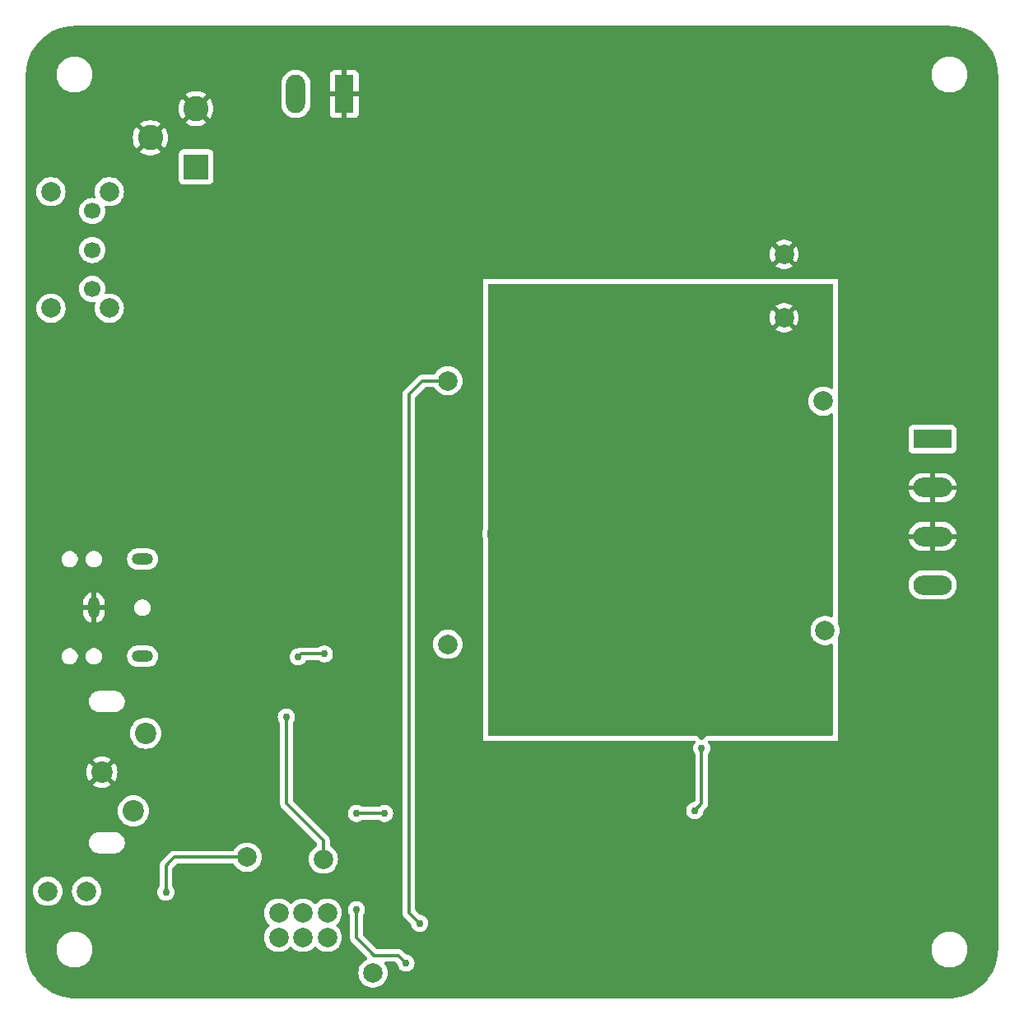
<source format=gbl>
%TF.GenerationSoftware,KiCad,Pcbnew,8.0.7*%
%TF.CreationDate,2025-01-07T23:02:54-05:00*%
%TF.ProjectId,Class AB Stereo Amp SMD,436c6173-7320-4414-9220-53746572656f,rev?*%
%TF.SameCoordinates,Original*%
%TF.FileFunction,Copper,L2,Bot*%
%TF.FilePolarity,Positive*%
%FSLAX46Y46*%
G04 Gerber Fmt 4.6, Leading zero omitted, Abs format (unit mm)*
G04 Created by KiCad (PCBNEW 8.0.7) date 2025-01-07 23:02:54*
%MOMM*%
%LPD*%
G01*
G04 APERTURE LIST*
%TA.AperFunction,ComponentPad*%
%ADD10R,2.600000X2.600000*%
%TD*%
%TA.AperFunction,ComponentPad*%
%ADD11C,2.600000*%
%TD*%
%TA.AperFunction,ComponentPad*%
%ADD12C,2.000000*%
%TD*%
%TA.AperFunction,ComponentPad*%
%ADD13R,1.980000X3.960000*%
%TD*%
%TA.AperFunction,ComponentPad*%
%ADD14O,1.980000X3.960000*%
%TD*%
%TA.AperFunction,ComponentPad*%
%ADD15O,2.200000X1.200000*%
%TD*%
%TA.AperFunction,ComponentPad*%
%ADD16O,1.200000X2.200000*%
%TD*%
%TA.AperFunction,ComponentPad*%
%ADD17C,1.700000*%
%TD*%
%TA.AperFunction,ComponentPad*%
%ADD18R,3.960000X1.980000*%
%TD*%
%TA.AperFunction,ComponentPad*%
%ADD19O,3.960000X1.980000*%
%TD*%
%TA.AperFunction,ComponentPad*%
%ADD20C,2.200000*%
%TD*%
%TA.AperFunction,ViaPad*%
%ADD21C,0.762000*%
%TD*%
%TA.AperFunction,Conductor*%
%ADD22C,0.304800*%
%TD*%
G04 APERTURE END LIST*
D10*
%TO.P,J2,1*%
%TO.N,/VIN1*%
X117500000Y-64500000D03*
D11*
%TO.P,J2,2*%
%TO.N,GND*%
X117500000Y-58500000D03*
%TO.P,J2,3*%
X112800000Y-61500000D03*
%TD*%
D12*
%TO.P,TP6,1,1*%
%TO.N,RIN1*%
X130600000Y-135700000D03*
%TD*%
%TO.P,TP4,1,1*%
%TO.N,LIN0*%
X106250000Y-139000000D03*
%TD*%
%TO.P,TP9,1,1*%
%TO.N,LIN2*%
X143400000Y-113600000D03*
%TD*%
%TO.P,TP8,1,1*%
%TO.N,RIN2*%
X143400000Y-86500000D03*
%TD*%
%TO.P,RV1,1,1*%
%TO.N,RIN1*%
X131000000Y-141250000D03*
%TO.P,RV1,2,2*%
%TO.N,Net-(U3A-+)*%
X128500000Y-141250000D03*
%TO.P,RV1,3,3*%
%TO.N,VCC_DIV_2*%
X126000000Y-141250000D03*
%TO.P,RV1,4,4*%
%TO.N,LIN1*%
X131000000Y-143750000D03*
%TO.P,RV1,5,5*%
%TO.N,Net-(U3B-+)*%
X128500000Y-143750000D03*
%TO.P,RV1,6,6*%
%TO.N,VCC_DIV_2*%
X126000000Y-143750000D03*
%TD*%
D13*
%TO.P,J1,1,Pin_1*%
%TO.N,GND*%
X132765000Y-57000000D03*
D14*
%TO.P,J1,2,Pin_2*%
%TO.N,/VIN1*%
X127765000Y-57000000D03*
%TD*%
D15*
%TO.P,J3,R*%
%TO.N,RIN0*%
X112000000Y-104850000D03*
D16*
%TO.P,J3,S*%
%TO.N,GND*%
X107000000Y-109850000D03*
D15*
%TO.P,J3,T*%
%TO.N,LIN0*%
X112000000Y-114850000D03*
%TD*%
D12*
%TO.P,SW1,*%
%TO.N,*%
X108582500Y-67042500D03*
X102582500Y-67042500D03*
X108582500Y-79042500D03*
X102582500Y-79042500D03*
D17*
%TO.P,SW1,1,A*%
%TO.N,unconnected-(SW1-A-Pad1)*%
X106832500Y-69042500D03*
%TO.P,SW1,2,B*%
%TO.N,/VIN1*%
X106832500Y-73042500D03*
%TO.P,SW1,3,C*%
%TO.N,/VIN2*%
X106832500Y-77042500D03*
%TD*%
D18*
%TO.P,J4,1,Pin_1*%
%TO.N,ROUT*%
X193250000Y-92500000D03*
D19*
%TO.P,J4,2,Pin_2*%
%TO.N,GND*%
X193250000Y-97500000D03*
%TO.P,J4,3,Pin_3*%
X193250000Y-102500000D03*
%TO.P,J4,4,Pin_4*%
%TO.N,LOUT*%
X193250000Y-107500000D03*
%TD*%
D12*
%TO.P,TP10,1,1*%
%TO.N,ROUT*%
X182000000Y-88600000D03*
%TD*%
%TO.P,TP11,1,1*%
%TO.N,LOUT*%
X182200000Y-112200000D03*
%TD*%
%TO.P,TP5,1,1*%
%TO.N,VCC_DIV_2*%
X122750000Y-135500000D03*
%TD*%
%TO.P,TP1,1,1*%
%TO.N,VCC*%
X178000000Y-80000000D03*
%TD*%
%TO.P,TP7,1,1*%
%TO.N,LIN1*%
X135700000Y-147400000D03*
%TD*%
D20*
%TO.P,J6,1,IN1*%
%TO.N,RIN0*%
X112317500Y-122750000D03*
%TO.P,J6,2,IN2*%
%TO.N,LIN0*%
X111067500Y-130750000D03*
%TO.P,J6,3,EXT*%
%TO.N,GND*%
X107817500Y-126750000D03*
%TD*%
D12*
%TO.P,TP2,1,1*%
%TO.N,GND*%
X178000000Y-73500000D03*
%TD*%
%TO.P,TP3,1,1*%
%TO.N,RIN0*%
X102250000Y-139000000D03*
%TD*%
D21*
%TO.N,GND*%
X168840000Y-140800000D03*
X125500000Y-124000000D03*
X165000000Y-51000000D03*
X150000000Y-72500000D03*
X135000000Y-87500000D03*
X119300000Y-115775000D03*
X130000000Y-55000000D03*
X132000000Y-124500000D03*
X158000000Y-51000000D03*
X128500000Y-103000000D03*
X157400000Y-148200000D03*
X144000000Y-142000000D03*
X116500000Y-120500000D03*
X197500000Y-117500000D03*
X168800000Y-58800000D03*
X177000000Y-59000000D03*
X123500000Y-124000000D03*
X122000000Y-121000000D03*
X134000000Y-124500000D03*
X142500000Y-97500000D03*
X134000000Y-127500000D03*
X128500000Y-127500000D03*
X137500000Y-97500000D03*
X152500000Y-60000000D03*
X146500000Y-143000000D03*
X107500000Y-122500000D03*
X190000000Y-55000000D03*
X107500000Y-107500000D03*
X177000000Y-51000000D03*
X140000000Y-65000000D03*
X197500000Y-72500000D03*
X155000000Y-127500000D03*
X102500000Y-55000000D03*
X162500000Y-148100000D03*
X125500000Y-126000000D03*
X132500000Y-145500000D03*
X192500000Y-60000000D03*
X127500000Y-82500000D03*
X135000000Y-77500000D03*
X122500000Y-100000000D03*
X135500000Y-103000000D03*
X150000000Y-140000000D03*
X122000000Y-138250000D03*
X115000000Y-55000000D03*
X132000000Y-103000000D03*
X159055000Y-138375000D03*
X161830000Y-140800000D03*
X115000000Y-60000000D03*
X164800000Y-60000000D03*
X130000000Y-72500000D03*
X150000000Y-65000000D03*
X190000000Y-142500000D03*
X120000000Y-60000000D03*
X102500000Y-107500000D03*
X162000000Y-64000000D03*
X144500000Y-137500000D03*
X142500000Y-55000000D03*
X125000000Y-55000000D03*
X120000000Y-55000000D03*
X102500000Y-127500000D03*
X193000000Y-51000000D03*
X181000000Y-51000000D03*
X107500000Y-82500000D03*
X197500000Y-95000000D03*
X130000000Y-77500000D03*
X150000000Y-60000000D03*
X135000000Y-92500000D03*
X140500000Y-137500000D03*
X155000000Y-72500000D03*
X197500000Y-65000000D03*
X150000000Y-127500000D03*
X185000000Y-65000000D03*
X197500000Y-87500000D03*
X112500000Y-100000000D03*
X197500000Y-122500000D03*
X155000000Y-140800000D03*
X112500000Y-107500000D03*
X187000000Y-51000000D03*
X145500000Y-147500000D03*
X135000000Y-65000000D03*
X197500000Y-100000000D03*
X128250000Y-107600000D03*
X190000000Y-147500000D03*
X180000000Y-65000000D03*
X136500000Y-111000000D03*
X142500000Y-92500000D03*
X150000000Y-51000000D03*
X172500000Y-147500000D03*
X190000000Y-95000000D03*
X130000000Y-97500000D03*
X172500000Y-127500000D03*
X102500000Y-122500000D03*
X180000000Y-135000000D03*
X127500000Y-87500000D03*
X138000000Y-148000000D03*
X139500000Y-144000000D03*
X172000000Y-51000000D03*
X107750000Y-148250000D03*
X197500000Y-105000000D03*
X135000000Y-72500000D03*
X180000000Y-130000000D03*
X173800000Y-136000000D03*
X145000000Y-82500000D03*
X102500000Y-82500000D03*
X102500000Y-132500000D03*
X102500000Y-100000000D03*
X131500000Y-121000000D03*
X120225000Y-110875000D03*
X145000000Y-65000000D03*
X135000000Y-82500000D03*
X197500000Y-137500000D03*
X197500000Y-112500000D03*
X197500000Y-77500000D03*
X197500000Y-132500000D03*
X131075000Y-111150000D03*
X174000000Y-60000000D03*
X107750000Y-141500000D03*
X150000000Y-145000000D03*
X162025000Y-57575000D03*
X172000000Y-55000000D03*
X162000000Y-131700000D03*
X150000000Y-135000000D03*
X125000000Y-60000000D03*
X182500000Y-60000000D03*
X130000000Y-60000000D03*
X121500000Y-125000000D03*
X190000000Y-100000000D03*
X197500000Y-127500000D03*
X172500000Y-142500000D03*
X180000000Y-125000000D03*
X155200000Y-58800000D03*
X142500000Y-105000000D03*
X164605000Y-138375000D03*
X123000000Y-126500000D03*
X105000000Y-65000000D03*
X182500000Y-72500000D03*
X116500000Y-125500000D03*
X125800000Y-66400000D03*
X159250000Y-60000000D03*
X124750000Y-146500000D03*
X142500000Y-110000000D03*
X190000000Y-105000000D03*
X142500000Y-72500000D03*
X197500000Y-60000000D03*
X197500000Y-142500000D03*
X102500000Y-72500000D03*
X150000000Y-55000000D03*
X134650000Y-107075000D03*
%TO.N,VCC*%
X148700000Y-98700000D03*
X149600000Y-107500000D03*
X155200000Y-90150000D03*
X180000000Y-120000000D03*
X155000000Y-110500000D03*
X148800000Y-103200000D03*
X152500000Y-110500000D03*
X150000000Y-85000000D03*
X150600000Y-109400000D03*
X149800000Y-95000000D03*
X175000000Y-115000000D03*
X180000000Y-95000000D03*
X155000000Y-100000000D03*
X150000000Y-120000000D03*
X175000000Y-105000000D03*
X175000000Y-80000000D03*
X180000000Y-105000000D03*
X159265000Y-88975000D03*
X182500000Y-77500000D03*
X180000000Y-110000000D03*
X134000000Y-131000000D03*
X166250000Y-121500000D03*
X170000000Y-100000000D03*
X180000000Y-100000000D03*
X170000000Y-80000000D03*
X150000000Y-115000000D03*
X147800000Y-102200000D03*
X172500000Y-82500000D03*
X152500000Y-90150000D03*
X161250000Y-121250000D03*
X165000000Y-100000000D03*
X150000000Y-80000000D03*
X161975000Y-108575000D03*
X169000000Y-90200000D03*
X175000000Y-95000000D03*
X152500000Y-82500000D03*
X149600000Y-105000000D03*
X136900000Y-131000000D03*
X180000000Y-115000000D03*
X169000000Y-110600000D03*
X162040000Y-91400000D03*
X149700000Y-97500000D03*
X180000000Y-85000000D03*
X159185000Y-112775000D03*
X162000000Y-93600000D03*
X149800000Y-92500000D03*
X175000000Y-110000000D03*
X175000000Y-85000000D03*
X155000000Y-80000000D03*
X164735000Y-112775000D03*
X155000000Y-120000000D03*
X160000000Y-100000000D03*
X150000000Y-100000000D03*
X150700000Y-90700000D03*
X175000000Y-100000000D03*
X175000000Y-90000000D03*
X164815000Y-88975000D03*
X180000000Y-90000000D03*
X162000000Y-110350000D03*
%TO.N,RIN2*%
X140500000Y-142300000D03*
%TO.N,Net-(D4-K)*%
X168800000Y-130700000D03*
X169500000Y-124300000D03*
%TO.N,RIN1*%
X126800000Y-121100000D03*
%TO.N,Net-(U2B--)*%
X128000000Y-114900000D03*
X130700000Y-114600000D03*
%TO.N,Net-(U3A-+)*%
X139100000Y-146400000D03*
X134000000Y-140900000D03*
%TO.N,VCC_DIV_2*%
X114400000Y-139100000D03*
%TD*%
D22*
%TO.N,VCC*%
X136900000Y-131000000D02*
X134000000Y-131000000D01*
%TO.N,RIN2*%
X140500000Y-142300000D02*
X139400000Y-141200000D01*
X140800000Y-86500000D02*
X143400000Y-86500000D01*
X139400000Y-141200000D02*
X139400000Y-87900000D01*
X139400000Y-87900000D02*
X140800000Y-86500000D01*
%TO.N,Net-(D4-K)*%
X169500000Y-124300000D02*
X169500000Y-130000000D01*
X169500000Y-130000000D02*
X168800000Y-130700000D01*
%TO.N,RIN1*%
X130600000Y-133800000D02*
X126800000Y-130000000D01*
X126800000Y-130000000D02*
X126800000Y-121100000D01*
X130600000Y-135700000D02*
X130600000Y-133800000D01*
%TO.N,Net-(U2B--)*%
X130700000Y-114600000D02*
X128300000Y-114600000D01*
X128300000Y-114600000D02*
X128000000Y-114900000D01*
%TO.N,Net-(U3A-+)*%
X135800000Y-145600000D02*
X136800000Y-145600000D01*
X134000000Y-140900000D02*
X134000000Y-143800000D01*
X134000000Y-143800000D02*
X135500000Y-145300000D01*
X135500000Y-145300000D02*
X135800000Y-145600000D01*
X136800000Y-145600000D02*
X138300000Y-145600000D01*
X138300000Y-145600000D02*
X139100000Y-146400000D01*
%TO.N,VCC_DIV_2*%
X114700000Y-136100000D02*
X114400000Y-136400000D01*
X115300000Y-135500000D02*
X114700000Y-136100000D01*
X122750000Y-135500000D02*
X115300000Y-135500000D01*
X114400000Y-136400000D02*
X114400000Y-139100000D01*
%TD*%
%TA.AperFunction,Conductor*%
%TO.N,VCC*%
G36*
X182937539Y-76525185D02*
G01*
X182983294Y-76577989D01*
X182994500Y-76629500D01*
X182994500Y-87223962D01*
X182974815Y-87291001D01*
X182922011Y-87336756D01*
X182852853Y-87346700D01*
X182811483Y-87333017D01*
X182604816Y-87221175D01*
X182604813Y-87221174D01*
X182604810Y-87221172D01*
X182604804Y-87221170D01*
X182604802Y-87221169D01*
X182369616Y-87140429D01*
X182124335Y-87099500D01*
X181875665Y-87099500D01*
X181630383Y-87140429D01*
X181395197Y-87221169D01*
X181395188Y-87221172D01*
X181176493Y-87339524D01*
X181011609Y-87467859D01*
X180980256Y-87492262D01*
X180969452Y-87503997D01*
X180811833Y-87675217D01*
X180675826Y-87883393D01*
X180575936Y-88111118D01*
X180514892Y-88352175D01*
X180514890Y-88352187D01*
X180494357Y-88599994D01*
X180494357Y-88600005D01*
X180514890Y-88847812D01*
X180514892Y-88847824D01*
X180575936Y-89088881D01*
X180675826Y-89316606D01*
X180811833Y-89524782D01*
X180811836Y-89524785D01*
X180980256Y-89707738D01*
X181176491Y-89860474D01*
X181395190Y-89978828D01*
X181630386Y-90059571D01*
X181875665Y-90100500D01*
X182124335Y-90100500D01*
X182369614Y-90059571D01*
X182604810Y-89978828D01*
X182811484Y-89866981D01*
X182879811Y-89852387D01*
X182945183Y-89877050D01*
X182986844Y-89933140D01*
X182994500Y-89976037D01*
X182994500Y-110715727D01*
X182974815Y-110782766D01*
X182922011Y-110828521D01*
X182852853Y-110838465D01*
X182811490Y-110824786D01*
X182804817Y-110821175D01*
X182804811Y-110821172D01*
X182804810Y-110821172D01*
X182804806Y-110821170D01*
X182804802Y-110821169D01*
X182569616Y-110740429D01*
X182324335Y-110699500D01*
X182075665Y-110699500D01*
X181830383Y-110740429D01*
X181595197Y-110821169D01*
X181595188Y-110821172D01*
X181376493Y-110939524D01*
X181180257Y-111092261D01*
X181011833Y-111275217D01*
X180875826Y-111483393D01*
X180775936Y-111711118D01*
X180714892Y-111952175D01*
X180714890Y-111952187D01*
X180694357Y-112199994D01*
X180694357Y-112200005D01*
X180714890Y-112447812D01*
X180714892Y-112447824D01*
X180775936Y-112688881D01*
X180875826Y-112916606D01*
X181011833Y-113124782D01*
X181011836Y-113124785D01*
X181180256Y-113307738D01*
X181376491Y-113460474D01*
X181595190Y-113578828D01*
X181830386Y-113659571D01*
X182075665Y-113700500D01*
X182324335Y-113700500D01*
X182569614Y-113659571D01*
X182804810Y-113578828D01*
X182804817Y-113578824D01*
X182804820Y-113578823D01*
X182811482Y-113575218D01*
X182879810Y-113560622D01*
X182945183Y-113585285D01*
X182986844Y-113641375D01*
X182994500Y-113684272D01*
X182994500Y-122870500D01*
X182974815Y-122937539D01*
X182922011Y-122983294D01*
X182870500Y-122994500D01*
X170244362Y-122994500D01*
X170241501Y-122994513D01*
X170239595Y-122994522D01*
X170237184Y-122994544D01*
X170232393Y-122994613D01*
X170232379Y-122994614D01*
X170090380Y-123017797D01*
X170090372Y-123017799D01*
X170028519Y-123037246D01*
X170024733Y-123038270D01*
X169894008Y-123101005D01*
X169894007Y-123101005D01*
X169787087Y-123197277D01*
X169742346Y-123250941D01*
X169742343Y-123250945D01*
X169675438Y-123359542D01*
X169623515Y-123406294D01*
X169569866Y-123418500D01*
X169431952Y-123418500D01*
X169364913Y-123398815D01*
X169327637Y-123361540D01*
X169250467Y-123241462D01*
X169250458Y-123241451D01*
X169204714Y-123188659D01*
X169204710Y-123188656D01*
X169204708Y-123188653D01*
X169095974Y-123094433D01*
X169095971Y-123094431D01*
X169095969Y-123094430D01*
X168965103Y-123034664D01*
X168965098Y-123034662D01*
X168965097Y-123034662D01*
X168898058Y-123014977D01*
X168898060Y-123014977D01*
X168898055Y-123014976D01*
X168850582Y-123008150D01*
X168755638Y-122994500D01*
X168755636Y-122994500D01*
X147629500Y-122994500D01*
X147562461Y-122974815D01*
X147516706Y-122922011D01*
X147505500Y-122870500D01*
X147505500Y-102608715D01*
X147505499Y-102608706D01*
X147494451Y-102503604D01*
X147494448Y-102503589D01*
X147477864Y-102425582D01*
X147474051Y-102414565D01*
X147473043Y-102410500D01*
X147473041Y-102410484D01*
X147434215Y-102290993D01*
X147428827Y-102265643D01*
X147423290Y-102212959D01*
X147423290Y-102187039D01*
X147428828Y-102134350D01*
X147434218Y-102108997D01*
X147462623Y-102021579D01*
X147462625Y-102021573D01*
X147471033Y-101995696D01*
X147471037Y-101995679D01*
X147471627Y-101993866D01*
X147471636Y-101993834D01*
X147473019Y-101989584D01*
X147473027Y-101989550D01*
X147473636Y-101987424D01*
X147473676Y-101987435D01*
X147474465Y-101984596D01*
X147475297Y-101981906D01*
X147476306Y-101977418D01*
X147477316Y-101972248D01*
X147490341Y-101919722D01*
X147490341Y-101919712D01*
X147491242Y-101913134D01*
X147491724Y-101913199D01*
X147492810Y-101904120D01*
X147494458Y-101896367D01*
X147494459Y-101896356D01*
X147505500Y-101791284D01*
X147505500Y-79999994D01*
X176494859Y-79999994D01*
X176494859Y-80000005D01*
X176515385Y-80247729D01*
X176515387Y-80247738D01*
X176576412Y-80488717D01*
X176676267Y-80716367D01*
X176776562Y-80869881D01*
X177517037Y-80129408D01*
X177534075Y-80192993D01*
X177599901Y-80307007D01*
X177692993Y-80400099D01*
X177807007Y-80465925D01*
X177870591Y-80482962D01*
X177129943Y-81223609D01*
X177176768Y-81260055D01*
X177176771Y-81260057D01*
X177395385Y-81378364D01*
X177395396Y-81378369D01*
X177630506Y-81459083D01*
X177875707Y-81500000D01*
X178124293Y-81500000D01*
X178369493Y-81459083D01*
X178604603Y-81378369D01*
X178604614Y-81378364D01*
X178823230Y-81260056D01*
X178823236Y-81260051D01*
X178870055Y-81223610D01*
X178870056Y-81223609D01*
X178129408Y-80482962D01*
X178192993Y-80465925D01*
X178307007Y-80400099D01*
X178400099Y-80307007D01*
X178465925Y-80192993D01*
X178482962Y-80129408D01*
X179223435Y-80869882D01*
X179323733Y-80716364D01*
X179423587Y-80488717D01*
X179484612Y-80247738D01*
X179484614Y-80247729D01*
X179505141Y-80000005D01*
X179505141Y-79999994D01*
X179484614Y-79752270D01*
X179484612Y-79752261D01*
X179423587Y-79511282D01*
X179323732Y-79283632D01*
X179223435Y-79130116D01*
X178482962Y-79870590D01*
X178465925Y-79807007D01*
X178400099Y-79692993D01*
X178307007Y-79599901D01*
X178192993Y-79534075D01*
X178129409Y-79517037D01*
X178870055Y-78776389D01*
X178870055Y-78776388D01*
X178823236Y-78739947D01*
X178823231Y-78739944D01*
X178604614Y-78621635D01*
X178604603Y-78621630D01*
X178369493Y-78540916D01*
X178124293Y-78500000D01*
X177875707Y-78500000D01*
X177630506Y-78540916D01*
X177395396Y-78621630D01*
X177395385Y-78621635D01*
X177176770Y-78739943D01*
X177129943Y-78776389D01*
X177870591Y-79517037D01*
X177807007Y-79534075D01*
X177692993Y-79599901D01*
X177599901Y-79692993D01*
X177534075Y-79807007D01*
X177517037Y-79870591D01*
X176776563Y-79130117D01*
X176676267Y-79283633D01*
X176676265Y-79283637D01*
X176576412Y-79511282D01*
X176515387Y-79752261D01*
X176515385Y-79752270D01*
X176494859Y-79999994D01*
X147505500Y-79999994D01*
X147505500Y-76629500D01*
X147525185Y-76562461D01*
X147577989Y-76516706D01*
X147629500Y-76505500D01*
X182870500Y-76505500D01*
X182937539Y-76525185D01*
G37*
%TD.AperFunction*%
%TD*%
%TA.AperFunction,Conductor*%
%TO.N,GND*%
G36*
X195000641Y-50000006D02*
G01*
X195213481Y-50002328D01*
X195222915Y-50002792D01*
X195647552Y-50039943D01*
X195658270Y-50041354D01*
X196077393Y-50115256D01*
X196087921Y-50117590D01*
X196499033Y-50227747D01*
X196509322Y-50230992D01*
X196909255Y-50376555D01*
X196919221Y-50380683D01*
X197304942Y-50560547D01*
X197314528Y-50565538D01*
X197683088Y-50778326D01*
X197692207Y-50784135D01*
X198040820Y-51028237D01*
X198049402Y-51034822D01*
X198375420Y-51308383D01*
X198383395Y-51315692D01*
X198684307Y-51616604D01*
X198691616Y-51624579D01*
X198965177Y-51950597D01*
X198971762Y-51959179D01*
X199215864Y-52307792D01*
X199221676Y-52316916D01*
X199434459Y-52685467D01*
X199439454Y-52695062D01*
X199619310Y-53080764D01*
X199623448Y-53090756D01*
X199679206Y-53243947D01*
X199769003Y-53490664D01*
X199772256Y-53500980D01*
X199882405Y-53912061D01*
X199884746Y-53922623D01*
X199958644Y-54341725D01*
X199960056Y-54352450D01*
X199997206Y-54777073D01*
X199997671Y-54786527D01*
X199999993Y-54999357D01*
X200000000Y-55000710D01*
X200000000Y-144999289D01*
X199999993Y-145000642D01*
X199997671Y-145213472D01*
X199997206Y-145222926D01*
X199960056Y-145647549D01*
X199958644Y-145658274D01*
X199884746Y-146077376D01*
X199882405Y-146087938D01*
X199772256Y-146499019D01*
X199769003Y-146509335D01*
X199623450Y-146909240D01*
X199619310Y-146919235D01*
X199439454Y-147304937D01*
X199434459Y-147314532D01*
X199221676Y-147683083D01*
X199215864Y-147692207D01*
X198971762Y-148040820D01*
X198965177Y-148049402D01*
X198691616Y-148375420D01*
X198684307Y-148383395D01*
X198383395Y-148684307D01*
X198375420Y-148691616D01*
X198049402Y-148965177D01*
X198040820Y-148971762D01*
X197692207Y-149215864D01*
X197683083Y-149221676D01*
X197314532Y-149434459D01*
X197304937Y-149439454D01*
X196919235Y-149619310D01*
X196909240Y-149623450D01*
X196509335Y-149769003D01*
X196499019Y-149772256D01*
X196087938Y-149882405D01*
X196077376Y-149884746D01*
X195658274Y-149958644D01*
X195647549Y-149960056D01*
X195222926Y-149997206D01*
X195213472Y-149997671D01*
X195005455Y-149999940D01*
X195000640Y-149999993D01*
X194999290Y-150000000D01*
X105000710Y-150000000D01*
X104999359Y-149999993D01*
X104994454Y-149999939D01*
X104786527Y-149997671D01*
X104777073Y-149997206D01*
X104352450Y-149960056D01*
X104341725Y-149958644D01*
X103922623Y-149884746D01*
X103912061Y-149882405D01*
X103500980Y-149772256D01*
X103490664Y-149769003D01*
X103090759Y-149623450D01*
X103080764Y-149619310D01*
X102695062Y-149439454D01*
X102685467Y-149434459D01*
X102316916Y-149221676D01*
X102307792Y-149215864D01*
X101959179Y-148971762D01*
X101950597Y-148965177D01*
X101624579Y-148691616D01*
X101616604Y-148684307D01*
X101315692Y-148383395D01*
X101308383Y-148375420D01*
X101034822Y-148049402D01*
X101028237Y-148040820D01*
X100784135Y-147692207D01*
X100778323Y-147683083D01*
X100757966Y-147647824D01*
X100565538Y-147314528D01*
X100560545Y-147304937D01*
X100496507Y-147167607D01*
X100380683Y-146919221D01*
X100376555Y-146909255D01*
X100230992Y-146509322D01*
X100227747Y-146499033D01*
X100117590Y-146087921D01*
X100115256Y-146077393D01*
X100041354Y-145658270D01*
X100039943Y-145647549D01*
X100028476Y-145516479D01*
X100002792Y-145222915D01*
X100002328Y-145213471D01*
X100002285Y-145209570D01*
X100000007Y-145000641D01*
X100000000Y-144999289D01*
X100000000Y-144878711D01*
X103149500Y-144878711D01*
X103149500Y-145121288D01*
X103181161Y-145361785D01*
X103243947Y-145596104D01*
X103293693Y-145716200D01*
X103336776Y-145820212D01*
X103458064Y-146030289D01*
X103458066Y-146030292D01*
X103458067Y-146030293D01*
X103605733Y-146222736D01*
X103605739Y-146222743D01*
X103777256Y-146394260D01*
X103777263Y-146394266D01*
X103838596Y-146441328D01*
X103969711Y-146541936D01*
X104179788Y-146663224D01*
X104403900Y-146756054D01*
X104638211Y-146818838D01*
X104818586Y-146842584D01*
X104878711Y-146850500D01*
X104878712Y-146850500D01*
X105121289Y-146850500D01*
X105169388Y-146844167D01*
X105361789Y-146818838D01*
X105596100Y-146756054D01*
X105820212Y-146663224D01*
X106030289Y-146541936D01*
X106222738Y-146394265D01*
X106394265Y-146222738D01*
X106541936Y-146030289D01*
X106663224Y-145820212D01*
X106756054Y-145596100D01*
X106818838Y-145361789D01*
X106850500Y-145121288D01*
X106850500Y-144878712D01*
X106818838Y-144638211D01*
X106756054Y-144403900D01*
X106663224Y-144179788D01*
X106541936Y-143969711D01*
X106394265Y-143777262D01*
X106394260Y-143777256D01*
X106222743Y-143605739D01*
X106222736Y-143605733D01*
X106030293Y-143458067D01*
X106030292Y-143458066D01*
X106030289Y-143458064D01*
X105820212Y-143336776D01*
X105820205Y-143336773D01*
X105596104Y-143243947D01*
X105363050Y-143181500D01*
X105361789Y-143181162D01*
X105361788Y-143181161D01*
X105361785Y-143181161D01*
X105121289Y-143149500D01*
X105121288Y-143149500D01*
X104878712Y-143149500D01*
X104878711Y-143149500D01*
X104638214Y-143181161D01*
X104403895Y-143243947D01*
X104179794Y-143336773D01*
X104179785Y-143336777D01*
X103969706Y-143458067D01*
X103777263Y-143605733D01*
X103777256Y-143605739D01*
X103605739Y-143777256D01*
X103605733Y-143777263D01*
X103458067Y-143969706D01*
X103336777Y-144179785D01*
X103336773Y-144179794D01*
X103243947Y-144403895D01*
X103181161Y-144638214D01*
X103149500Y-144878711D01*
X100000000Y-144878711D01*
X100000000Y-141249994D01*
X124494357Y-141249994D01*
X124494357Y-141250005D01*
X124514890Y-141497812D01*
X124514892Y-141497824D01*
X124575936Y-141738881D01*
X124675826Y-141966606D01*
X124811833Y-142174782D01*
X124811836Y-142174785D01*
X124980256Y-142357738D01*
X125037312Y-142402147D01*
X125078125Y-142458857D01*
X125081800Y-142528630D01*
X125047169Y-142589313D01*
X125037317Y-142597848D01*
X124997283Y-142629008D01*
X124980257Y-142642261D01*
X124811833Y-142825217D01*
X124675826Y-143033393D01*
X124575936Y-143261118D01*
X124514892Y-143502175D01*
X124514890Y-143502187D01*
X124494357Y-143749994D01*
X124494357Y-143750005D01*
X124514890Y-143997812D01*
X124514892Y-143997824D01*
X124575936Y-144238881D01*
X124675826Y-144466606D01*
X124811833Y-144674782D01*
X124811836Y-144674785D01*
X124980256Y-144857738D01*
X125176491Y-145010474D01*
X125196695Y-145021408D01*
X125328732Y-145092863D01*
X125395190Y-145128828D01*
X125630386Y-145209571D01*
X125875665Y-145250500D01*
X126124335Y-145250500D01*
X126369614Y-145209571D01*
X126604810Y-145128828D01*
X126823509Y-145010474D01*
X127019744Y-144857738D01*
X127158772Y-144706712D01*
X127218657Y-144670724D01*
X127288495Y-144672824D01*
X127341226Y-144706711D01*
X127480256Y-144857738D01*
X127676491Y-145010474D01*
X127696695Y-145021408D01*
X127828732Y-145092863D01*
X127895190Y-145128828D01*
X128130386Y-145209571D01*
X128375665Y-145250500D01*
X128624335Y-145250500D01*
X128869614Y-145209571D01*
X129104810Y-145128828D01*
X129323509Y-145010474D01*
X129519744Y-144857738D01*
X129658772Y-144706712D01*
X129718657Y-144670724D01*
X129788495Y-144672824D01*
X129841226Y-144706711D01*
X129980256Y-144857738D01*
X130176491Y-145010474D01*
X130196695Y-145021408D01*
X130328732Y-145092863D01*
X130395190Y-145128828D01*
X130630386Y-145209571D01*
X130875665Y-145250500D01*
X131124335Y-145250500D01*
X131369614Y-145209571D01*
X131604810Y-145128828D01*
X131823509Y-145010474D01*
X132019744Y-144857738D01*
X132188164Y-144674785D01*
X132324173Y-144466607D01*
X132424063Y-144238881D01*
X132485108Y-143997821D01*
X132485109Y-143997812D01*
X132505643Y-143750005D01*
X132505643Y-143749994D01*
X132485109Y-143502187D01*
X132485107Y-143502175D01*
X132424063Y-143261118D01*
X132324173Y-143033393D01*
X132188166Y-142825217D01*
X132158769Y-142793284D01*
X132019744Y-142642262D01*
X131962685Y-142597851D01*
X131921874Y-142541143D01*
X131918199Y-142471370D01*
X131952830Y-142410687D01*
X131962675Y-142402156D01*
X132019744Y-142357738D01*
X132188164Y-142174785D01*
X132324173Y-141966607D01*
X132424063Y-141738881D01*
X132485108Y-141497821D01*
X132485569Y-141492262D01*
X132505643Y-141250005D01*
X132505643Y-141249994D01*
X132485109Y-141002187D01*
X132485107Y-141002175D01*
X132459233Y-140900000D01*
X133113644Y-140900000D01*
X133133013Y-141084286D01*
X133133014Y-141084288D01*
X133190274Y-141260514D01*
X133263343Y-141387074D01*
X133282923Y-141420987D01*
X133315249Y-141456888D01*
X133345479Y-141519879D01*
X133347100Y-141539861D01*
X133347100Y-143864305D01*
X133347100Y-143864307D01*
X133347099Y-143864307D01*
X133368066Y-143969706D01*
X133368067Y-143969711D01*
X133372191Y-143990444D01*
X133421407Y-144109262D01*
X133492862Y-144216204D01*
X133492863Y-144216205D01*
X134988518Y-145711858D01*
X134988528Y-145711869D01*
X134992858Y-145716199D01*
X134992859Y-145716200D01*
X135109086Y-145832427D01*
X135142571Y-145893749D01*
X135137587Y-145963441D01*
X135095716Y-146019375D01*
X135080423Y-146029163D01*
X134876493Y-146139524D01*
X134680257Y-146292261D01*
X134511833Y-146475217D01*
X134375826Y-146683393D01*
X134275936Y-146911118D01*
X134214892Y-147152175D01*
X134214890Y-147152187D01*
X134194357Y-147399994D01*
X134194357Y-147400005D01*
X134214890Y-147647812D01*
X134214892Y-147647824D01*
X134275936Y-147888881D01*
X134375826Y-148116606D01*
X134511833Y-148324782D01*
X134511836Y-148324785D01*
X134680256Y-148507738D01*
X134876491Y-148660474D01*
X135095190Y-148778828D01*
X135330386Y-148859571D01*
X135575665Y-148900500D01*
X135824335Y-148900500D01*
X136069614Y-148859571D01*
X136304810Y-148778828D01*
X136523509Y-148660474D01*
X136719744Y-148507738D01*
X136888164Y-148324785D01*
X137024173Y-148116607D01*
X137124063Y-147888881D01*
X137185108Y-147647821D01*
X137205643Y-147400000D01*
X137192631Y-147242973D01*
X137185109Y-147152187D01*
X137185107Y-147152175D01*
X137124063Y-146911118D01*
X137024173Y-146683393D01*
X136888163Y-146475213D01*
X136874971Y-146460883D01*
X136844048Y-146398229D01*
X136851908Y-146328803D01*
X136896055Y-146274647D01*
X136962472Y-146252956D01*
X136966200Y-146252900D01*
X137978197Y-146252900D01*
X138045236Y-146272585D01*
X138065878Y-146289219D01*
X138186937Y-146410278D01*
X138220422Y-146471601D01*
X138222576Y-146484994D01*
X138233013Y-146584284D01*
X138233014Y-146584286D01*
X138233014Y-146584288D01*
X138290274Y-146760514D01*
X138363343Y-146887074D01*
X138382923Y-146920987D01*
X138426112Y-146968954D01*
X138506906Y-147058686D01*
X138506909Y-147058688D01*
X138506912Y-147058691D01*
X138635582Y-147152175D01*
X138656822Y-147167607D01*
X138826095Y-147242973D01*
X138826098Y-147242973D01*
X138826101Y-147242975D01*
X139007351Y-147281500D01*
X139192649Y-147281500D01*
X139373899Y-147242975D01*
X139373902Y-147242973D01*
X139373904Y-147242973D01*
X139430922Y-147217586D01*
X139543178Y-147167607D01*
X139693088Y-147058691D01*
X139817077Y-146920987D01*
X139909726Y-146760513D01*
X139966987Y-146584284D01*
X139986356Y-146400000D01*
X139966987Y-146215716D01*
X139909726Y-146039487D01*
X139903765Y-146029163D01*
X139865821Y-145963441D01*
X139817077Y-145879013D01*
X139764134Y-145820214D01*
X139693093Y-145741313D01*
X139693090Y-145741311D01*
X139693089Y-145741310D01*
X139693088Y-145741309D01*
X139578795Y-145658270D01*
X139543177Y-145632392D01*
X139373904Y-145557026D01*
X139373896Y-145557024D01*
X139192649Y-145518500D01*
X139186181Y-145517820D01*
X139186321Y-145516479D01*
X139126164Y-145498815D01*
X139105522Y-145482181D01*
X138716205Y-145092863D01*
X138716204Y-145092862D01*
X138716200Y-145092859D01*
X138609264Y-145021408D01*
X138582869Y-145010475D01*
X138490444Y-144972191D01*
X138490438Y-144972189D01*
X138364307Y-144947100D01*
X138364305Y-144947100D01*
X136864305Y-144947100D01*
X136121803Y-144947100D01*
X136054764Y-144927415D01*
X136034126Y-144910785D01*
X136002052Y-144878711D01*
X193149500Y-144878711D01*
X193149500Y-145121288D01*
X193181161Y-145361785D01*
X193243947Y-145596104D01*
X193293693Y-145716200D01*
X193336776Y-145820212D01*
X193458064Y-146030289D01*
X193458066Y-146030292D01*
X193458067Y-146030293D01*
X193605733Y-146222736D01*
X193605739Y-146222743D01*
X193777256Y-146394260D01*
X193777263Y-146394266D01*
X193838596Y-146441328D01*
X193969711Y-146541936D01*
X194179788Y-146663224D01*
X194403900Y-146756054D01*
X194638211Y-146818838D01*
X194818586Y-146842584D01*
X194878711Y-146850500D01*
X194878712Y-146850500D01*
X195121289Y-146850500D01*
X195169388Y-146844167D01*
X195361789Y-146818838D01*
X195596100Y-146756054D01*
X195820212Y-146663224D01*
X196030289Y-146541936D01*
X196222738Y-146394265D01*
X196394265Y-146222738D01*
X196541936Y-146030289D01*
X196663224Y-145820212D01*
X196756054Y-145596100D01*
X196818838Y-145361789D01*
X196850500Y-145121288D01*
X196850500Y-144878712D01*
X196818838Y-144638211D01*
X196756054Y-144403900D01*
X196663224Y-144179788D01*
X196541936Y-143969711D01*
X196394265Y-143777262D01*
X196394260Y-143777256D01*
X196222743Y-143605739D01*
X196222736Y-143605733D01*
X196030293Y-143458067D01*
X196030292Y-143458066D01*
X196030289Y-143458064D01*
X195820212Y-143336776D01*
X195820205Y-143336773D01*
X195596104Y-143243947D01*
X195363050Y-143181500D01*
X195361789Y-143181162D01*
X195361788Y-143181161D01*
X195361785Y-143181161D01*
X195121289Y-143149500D01*
X195121288Y-143149500D01*
X194878712Y-143149500D01*
X194878711Y-143149500D01*
X194638214Y-143181161D01*
X194403895Y-143243947D01*
X194179794Y-143336773D01*
X194179785Y-143336777D01*
X193969706Y-143458067D01*
X193777263Y-143605733D01*
X193777256Y-143605739D01*
X193605739Y-143777256D01*
X193605733Y-143777263D01*
X193458067Y-143969706D01*
X193336777Y-144179785D01*
X193336773Y-144179794D01*
X193243947Y-144403895D01*
X193181161Y-144638214D01*
X193149500Y-144878711D01*
X136002052Y-144878711D01*
X135916200Y-144792859D01*
X135916199Y-144792858D01*
X135911869Y-144788528D01*
X135911858Y-144788518D01*
X134689219Y-143565878D01*
X134655734Y-143504555D01*
X134652900Y-143478197D01*
X134652900Y-141539861D01*
X134672585Y-141472822D01*
X134684751Y-141456888D01*
X134717077Y-141420987D01*
X134809726Y-141260513D01*
X134866987Y-141084284D01*
X134886356Y-140900000D01*
X134866987Y-140715716D01*
X134809726Y-140539487D01*
X134717077Y-140379013D01*
X134668514Y-140325078D01*
X134593093Y-140241313D01*
X134593090Y-140241311D01*
X134593089Y-140241310D01*
X134593088Y-140241309D01*
X134443178Y-140132393D01*
X134443177Y-140132392D01*
X134273904Y-140057026D01*
X134273896Y-140057024D01*
X134092649Y-140018500D01*
X133907351Y-140018500D01*
X133726103Y-140057024D01*
X133726095Y-140057026D01*
X133556822Y-140132392D01*
X133406909Y-140241311D01*
X133406906Y-140241313D01*
X133282922Y-140379014D01*
X133190274Y-140539485D01*
X133133014Y-140715711D01*
X133133013Y-140715713D01*
X133113644Y-140900000D01*
X132459233Y-140900000D01*
X132424063Y-140761118D01*
X132324173Y-140533393D01*
X132188166Y-140325217D01*
X132158769Y-140293284D01*
X132019744Y-140142262D01*
X131823509Y-139989526D01*
X131823507Y-139989525D01*
X131823506Y-139989524D01*
X131604811Y-139871172D01*
X131604802Y-139871169D01*
X131369616Y-139790429D01*
X131124335Y-139749500D01*
X130875665Y-139749500D01*
X130630383Y-139790429D01*
X130395197Y-139871169D01*
X130395188Y-139871172D01*
X130176493Y-139989524D01*
X129980255Y-140142262D01*
X129980252Y-140142265D01*
X129841229Y-140293284D01*
X129781342Y-140329275D01*
X129711504Y-140327174D01*
X129658771Y-140293284D01*
X129519747Y-140142265D01*
X129519744Y-140142262D01*
X129410233Y-140057026D01*
X129323509Y-139989526D01*
X129323507Y-139989525D01*
X129323506Y-139989524D01*
X129104811Y-139871172D01*
X129104802Y-139871169D01*
X128869616Y-139790429D01*
X128624335Y-139749500D01*
X128375665Y-139749500D01*
X128130383Y-139790429D01*
X127895197Y-139871169D01*
X127895188Y-139871172D01*
X127676493Y-139989524D01*
X127480255Y-140142262D01*
X127480252Y-140142265D01*
X127341229Y-140293284D01*
X127281342Y-140329275D01*
X127211504Y-140327174D01*
X127158771Y-140293284D01*
X127019747Y-140142265D01*
X127019744Y-140142262D01*
X126910233Y-140057026D01*
X126823509Y-139989526D01*
X126823507Y-139989525D01*
X126823506Y-139989524D01*
X126604811Y-139871172D01*
X126604802Y-139871169D01*
X126369616Y-139790429D01*
X126124335Y-139749500D01*
X125875665Y-139749500D01*
X125630383Y-139790429D01*
X125395197Y-139871169D01*
X125395188Y-139871172D01*
X125176493Y-139989524D01*
X124980257Y-140142261D01*
X124811833Y-140325217D01*
X124675826Y-140533393D01*
X124575936Y-140761118D01*
X124514892Y-141002175D01*
X124514890Y-141002187D01*
X124494357Y-141249994D01*
X100000000Y-141249994D01*
X100000000Y-138999994D01*
X100744357Y-138999994D01*
X100744357Y-139000005D01*
X100764890Y-139247812D01*
X100764892Y-139247824D01*
X100825936Y-139488881D01*
X100925826Y-139716606D01*
X101061833Y-139924782D01*
X101061836Y-139924785D01*
X101230256Y-140107738D01*
X101426491Y-140260474D01*
X101645190Y-140378828D01*
X101880386Y-140459571D01*
X102125665Y-140500500D01*
X102374335Y-140500500D01*
X102619614Y-140459571D01*
X102854810Y-140378828D01*
X103073509Y-140260474D01*
X103269744Y-140107738D01*
X103438164Y-139924785D01*
X103574173Y-139716607D01*
X103674063Y-139488881D01*
X103735108Y-139247821D01*
X103755643Y-139000000D01*
X103755643Y-138999994D01*
X104744357Y-138999994D01*
X104744357Y-139000005D01*
X104764890Y-139247812D01*
X104764892Y-139247824D01*
X104825936Y-139488881D01*
X104925826Y-139716606D01*
X105061833Y-139924782D01*
X105061836Y-139924785D01*
X105230256Y-140107738D01*
X105426491Y-140260474D01*
X105645190Y-140378828D01*
X105880386Y-140459571D01*
X106125665Y-140500500D01*
X106374335Y-140500500D01*
X106619614Y-140459571D01*
X106854810Y-140378828D01*
X107073509Y-140260474D01*
X107269744Y-140107738D01*
X107438164Y-139924785D01*
X107574173Y-139716607D01*
X107674063Y-139488881D01*
X107735108Y-139247821D01*
X107747357Y-139100000D01*
X113513644Y-139100000D01*
X113533013Y-139284286D01*
X113533014Y-139284288D01*
X113590274Y-139460514D01*
X113606652Y-139488881D01*
X113682923Y-139620987D01*
X113726112Y-139668954D01*
X113806906Y-139758686D01*
X113806909Y-139758688D01*
X113806912Y-139758691D01*
X113850596Y-139790429D01*
X113956822Y-139867607D01*
X114126095Y-139942973D01*
X114126098Y-139942973D01*
X114126101Y-139942975D01*
X114307351Y-139981500D01*
X114492649Y-139981500D01*
X114673899Y-139942975D01*
X114673902Y-139942973D01*
X114673904Y-139942973D01*
X114730922Y-139917586D01*
X114843178Y-139867607D01*
X114993088Y-139758691D01*
X115117077Y-139620987D01*
X115209726Y-139460513D01*
X115266987Y-139284284D01*
X115286356Y-139100000D01*
X115266987Y-138915716D01*
X115209726Y-138739487D01*
X115117077Y-138579013D01*
X115117073Y-138579007D01*
X115084750Y-138543109D01*
X115054520Y-138480117D01*
X115052900Y-138460137D01*
X115052900Y-136721802D01*
X115072585Y-136654763D01*
X115089216Y-136634123D01*
X115105989Y-136617350D01*
X115105992Y-136617348D01*
X115116198Y-136607141D01*
X115116200Y-136607141D01*
X115534121Y-136189218D01*
X115595444Y-136155734D01*
X115621802Y-136152900D01*
X121317463Y-136152900D01*
X121384502Y-136172585D01*
X121421978Y-136212995D01*
X121423022Y-136212314D01*
X121561833Y-136424782D01*
X121561836Y-136424785D01*
X121730256Y-136607738D01*
X121926491Y-136760474D01*
X122145190Y-136878828D01*
X122380386Y-136959571D01*
X122625665Y-137000500D01*
X122874335Y-137000500D01*
X123119614Y-136959571D01*
X123354810Y-136878828D01*
X123573509Y-136760474D01*
X123769744Y-136607738D01*
X123938164Y-136424785D01*
X124074173Y-136216607D01*
X124174063Y-135988881D01*
X124235108Y-135747821D01*
X124255643Y-135500000D01*
X124251681Y-135452187D01*
X124235109Y-135252187D01*
X124235107Y-135252175D01*
X124174063Y-135011118D01*
X124074173Y-134783393D01*
X123938166Y-134575217D01*
X123916557Y-134551744D01*
X123769744Y-134392262D01*
X123573509Y-134239526D01*
X123573507Y-134239525D01*
X123573506Y-134239524D01*
X123354811Y-134121172D01*
X123354802Y-134121169D01*
X123119616Y-134040429D01*
X122874335Y-133999500D01*
X122625665Y-133999500D01*
X122380383Y-134040429D01*
X122145197Y-134121169D01*
X122145188Y-134121172D01*
X121926493Y-134239524D01*
X121730257Y-134392261D01*
X121561833Y-134575217D01*
X121423022Y-134787686D01*
X121421785Y-134786878D01*
X121377316Y-134831698D01*
X121317463Y-134847100D01*
X115235693Y-134847100D01*
X115109561Y-134872189D01*
X115109555Y-134872191D01*
X114990737Y-134921407D01*
X114883797Y-134992861D01*
X113892856Y-135983802D01*
X113868073Y-136020895D01*
X113858185Y-136035695D01*
X113843453Y-136057741D01*
X113821407Y-136090736D01*
X113772191Y-136209555D01*
X113772189Y-136209561D01*
X113747100Y-136335692D01*
X113747100Y-138460137D01*
X113727415Y-138527176D01*
X113715250Y-138543109D01*
X113682926Y-138579007D01*
X113682921Y-138579014D01*
X113590274Y-138739485D01*
X113533014Y-138915711D01*
X113533013Y-138915713D01*
X113513644Y-139100000D01*
X107747357Y-139100000D01*
X107755643Y-139000000D01*
X107735108Y-138752179D01*
X107731893Y-138739485D01*
X107674063Y-138511118D01*
X107574173Y-138283393D01*
X107438166Y-138075217D01*
X107416557Y-138051744D01*
X107269744Y-137892262D01*
X107073509Y-137739526D01*
X107073507Y-137739525D01*
X107073506Y-137739524D01*
X106854811Y-137621172D01*
X106854802Y-137621169D01*
X106619616Y-137540429D01*
X106374335Y-137499500D01*
X106125665Y-137499500D01*
X105880383Y-137540429D01*
X105645197Y-137621169D01*
X105645188Y-137621172D01*
X105426493Y-137739524D01*
X105230257Y-137892261D01*
X105061833Y-138075217D01*
X104925826Y-138283393D01*
X104825936Y-138511118D01*
X104764892Y-138752175D01*
X104764890Y-138752187D01*
X104744357Y-138999994D01*
X103755643Y-138999994D01*
X103735108Y-138752179D01*
X103731893Y-138739485D01*
X103674063Y-138511118D01*
X103574173Y-138283393D01*
X103438166Y-138075217D01*
X103416557Y-138051744D01*
X103269744Y-137892262D01*
X103073509Y-137739526D01*
X103073507Y-137739525D01*
X103073506Y-137739524D01*
X102854811Y-137621172D01*
X102854802Y-137621169D01*
X102619616Y-137540429D01*
X102374335Y-137499500D01*
X102125665Y-137499500D01*
X101880383Y-137540429D01*
X101645197Y-137621169D01*
X101645188Y-137621172D01*
X101426493Y-137739524D01*
X101230257Y-137892261D01*
X101061833Y-138075217D01*
X100925826Y-138283393D01*
X100825936Y-138511118D01*
X100764892Y-138752175D01*
X100764890Y-138752187D01*
X100744357Y-138999994D01*
X100000000Y-138999994D01*
X100000000Y-133913389D01*
X106467000Y-133913389D01*
X106467000Y-134086611D01*
X106494098Y-134257701D01*
X106547627Y-134422445D01*
X106626268Y-134576788D01*
X106728086Y-134716928D01*
X106850572Y-134839414D01*
X106990712Y-134941232D01*
X107145055Y-135019873D01*
X107309799Y-135073402D01*
X107480889Y-135100500D01*
X107480890Y-135100500D01*
X109154110Y-135100500D01*
X109154111Y-135100500D01*
X109325201Y-135073402D01*
X109489945Y-135019873D01*
X109644288Y-134941232D01*
X109784428Y-134839414D01*
X109906914Y-134716928D01*
X110008732Y-134576788D01*
X110087373Y-134422445D01*
X110140902Y-134257701D01*
X110168000Y-134086611D01*
X110168000Y-133913389D01*
X110140902Y-133742299D01*
X110087373Y-133577555D01*
X110008732Y-133423212D01*
X109906914Y-133283072D01*
X109784428Y-133160586D01*
X109644288Y-133058768D01*
X109489945Y-132980127D01*
X109325201Y-132926598D01*
X109325199Y-132926597D01*
X109325198Y-132926597D01*
X109193771Y-132905781D01*
X109154111Y-132899500D01*
X107480889Y-132899500D01*
X107441228Y-132905781D01*
X107309802Y-132926597D01*
X107145052Y-132980128D01*
X106990711Y-133058768D01*
X106910756Y-133116859D01*
X106850572Y-133160586D01*
X106850570Y-133160588D01*
X106850569Y-133160588D01*
X106728088Y-133283069D01*
X106728088Y-133283070D01*
X106728086Y-133283072D01*
X106684359Y-133343256D01*
X106626268Y-133423211D01*
X106547628Y-133577552D01*
X106547627Y-133577554D01*
X106547627Y-133577555D01*
X106537229Y-133609556D01*
X106494097Y-133742302D01*
X106467000Y-133913389D01*
X100000000Y-133913389D01*
X100000000Y-130750000D01*
X109462051Y-130750000D01*
X109481817Y-131001151D01*
X109540626Y-131246110D01*
X109637033Y-131478859D01*
X109768660Y-131693653D01*
X109768661Y-131693656D01*
X109768664Y-131693659D01*
X109932276Y-131885224D01*
X110080566Y-132011875D01*
X110123843Y-132048838D01*
X110123846Y-132048839D01*
X110338640Y-132180466D01*
X110571389Y-132276873D01*
X110816352Y-132335683D01*
X111067500Y-132355449D01*
X111318648Y-132335683D01*
X111563611Y-132276873D01*
X111796359Y-132180466D01*
X112011159Y-132048836D01*
X112202724Y-131885224D01*
X112366336Y-131693659D01*
X112497966Y-131478859D01*
X112594373Y-131246111D01*
X112653183Y-131001148D01*
X112672949Y-130750000D01*
X112653183Y-130498852D01*
X112594373Y-130253889D01*
X112563359Y-130179014D01*
X112497966Y-130021140D01*
X112366339Y-129806346D01*
X112366338Y-129806343D01*
X112329375Y-129763066D01*
X112202724Y-129614776D01*
X112076071Y-129506604D01*
X112011156Y-129451161D01*
X112011153Y-129451160D01*
X111796359Y-129319533D01*
X111563610Y-129223126D01*
X111318651Y-129164317D01*
X111067500Y-129144551D01*
X110816348Y-129164317D01*
X110571389Y-129223126D01*
X110338640Y-129319533D01*
X110123846Y-129451160D01*
X110123843Y-129451161D01*
X109932276Y-129614776D01*
X109768661Y-129806343D01*
X109768660Y-129806346D01*
X109637033Y-130021140D01*
X109540626Y-130253889D01*
X109481817Y-130498848D01*
X109462051Y-130750000D01*
X100000000Y-130750000D01*
X100000000Y-126750000D01*
X106212552Y-126750000D01*
X106232312Y-127001072D01*
X106291103Y-127245956D01*
X106387480Y-127478631D01*
X106519068Y-127693362D01*
X106519766Y-127694179D01*
X107252887Y-126961058D01*
X107258389Y-126981591D01*
X107337381Y-127118408D01*
X107449092Y-127230119D01*
X107585909Y-127309111D01*
X107606440Y-127314612D01*
X106873319Y-128047732D01*
X106873319Y-128047733D01*
X106874134Y-128048429D01*
X107088868Y-128180019D01*
X107321543Y-128276396D01*
X107566427Y-128335187D01*
X107817500Y-128354947D01*
X108068572Y-128335187D01*
X108313456Y-128276396D01*
X108546131Y-128180019D01*
X108760861Y-128048432D01*
X108760863Y-128048430D01*
X108761680Y-128047732D01*
X108028559Y-127314612D01*
X108049091Y-127309111D01*
X108185908Y-127230119D01*
X108297619Y-127118408D01*
X108376611Y-126981591D01*
X108382112Y-126961060D01*
X109115232Y-127694180D01*
X109115930Y-127693363D01*
X109115932Y-127693361D01*
X109247519Y-127478631D01*
X109343896Y-127245956D01*
X109402687Y-127001072D01*
X109422447Y-126750000D01*
X109402687Y-126498927D01*
X109343896Y-126254043D01*
X109247519Y-126021368D01*
X109115929Y-125806634D01*
X109115233Y-125805819D01*
X109115232Y-125805819D01*
X108382112Y-126538939D01*
X108376611Y-126518409D01*
X108297619Y-126381592D01*
X108185908Y-126269881D01*
X108049091Y-126190889D01*
X108028557Y-126185387D01*
X108761679Y-125452266D01*
X108760862Y-125451568D01*
X108546131Y-125319980D01*
X108313456Y-125223603D01*
X108068572Y-125164812D01*
X107817500Y-125145052D01*
X107566427Y-125164812D01*
X107321543Y-125223603D01*
X107088868Y-125319980D01*
X106874137Y-125451567D01*
X106873318Y-125452266D01*
X107606440Y-126185387D01*
X107585909Y-126190889D01*
X107449092Y-126269881D01*
X107337381Y-126381592D01*
X107258389Y-126518409D01*
X107252887Y-126538940D01*
X106519766Y-125805818D01*
X106519067Y-125806637D01*
X106387480Y-126021368D01*
X106291103Y-126254043D01*
X106232312Y-126498927D01*
X106212552Y-126750000D01*
X100000000Y-126750000D01*
X100000000Y-122750000D01*
X110712051Y-122750000D01*
X110731817Y-123001151D01*
X110790626Y-123246110D01*
X110887033Y-123478859D01*
X111018660Y-123693653D01*
X111018661Y-123693656D01*
X111074104Y-123758571D01*
X111182276Y-123885224D01*
X111245810Y-123939487D01*
X111373843Y-124048838D01*
X111373846Y-124048839D01*
X111588640Y-124180466D01*
X111821389Y-124276873D01*
X112066352Y-124335683D01*
X112317500Y-124355449D01*
X112568648Y-124335683D01*
X112813611Y-124276873D01*
X113046359Y-124180466D01*
X113261159Y-124048836D01*
X113452724Y-123885224D01*
X113616336Y-123693659D01*
X113747966Y-123478859D01*
X113844373Y-123246111D01*
X113903183Y-123001148D01*
X113922949Y-122750000D01*
X113903183Y-122498852D01*
X113844373Y-122253889D01*
X113747966Y-122021141D01*
X113747966Y-122021140D01*
X113616339Y-121806346D01*
X113616338Y-121806343D01*
X113512089Y-121684284D01*
X113452724Y-121614776D01*
X113318339Y-121500000D01*
X113261156Y-121451161D01*
X113261153Y-121451160D01*
X113046359Y-121319533D01*
X112813610Y-121223126D01*
X112568651Y-121164317D01*
X112317500Y-121144551D01*
X112066348Y-121164317D01*
X111821389Y-121223126D01*
X111588640Y-121319533D01*
X111373846Y-121451160D01*
X111373843Y-121451161D01*
X111182276Y-121614776D01*
X111018661Y-121806343D01*
X111018660Y-121806346D01*
X110887033Y-122021140D01*
X110790626Y-122253889D01*
X110731817Y-122498848D01*
X110712051Y-122750000D01*
X100000000Y-122750000D01*
X100000000Y-121100000D01*
X125913644Y-121100000D01*
X125933013Y-121284286D01*
X125933014Y-121284288D01*
X125990274Y-121460514D01*
X126063343Y-121587074D01*
X126082923Y-121620987D01*
X126115249Y-121656888D01*
X126145479Y-121719879D01*
X126147100Y-121739861D01*
X126147100Y-130064305D01*
X126147100Y-130064307D01*
X126147099Y-130064307D01*
X126157880Y-130118500D01*
X126168763Y-130173212D01*
X126172191Y-130190444D01*
X126221408Y-130309264D01*
X126242821Y-130341311D01*
X126292862Y-130416204D01*
X126292863Y-130416205D01*
X129910781Y-134034121D01*
X129944266Y-134095444D01*
X129947100Y-134121802D01*
X129947100Y-134273308D01*
X129927415Y-134340347D01*
X129882118Y-134382362D01*
X129776501Y-134439519D01*
X129776494Y-134439523D01*
X129580257Y-134592261D01*
X129411833Y-134775217D01*
X129275826Y-134983393D01*
X129175936Y-135211118D01*
X129114892Y-135452175D01*
X129114890Y-135452187D01*
X129094357Y-135699994D01*
X129094357Y-135700005D01*
X129114890Y-135947812D01*
X129114892Y-135947824D01*
X129175936Y-136188881D01*
X129275826Y-136416606D01*
X129411833Y-136624782D01*
X129411836Y-136624785D01*
X129580256Y-136807738D01*
X129776491Y-136960474D01*
X129995190Y-137078828D01*
X130230386Y-137159571D01*
X130475665Y-137200500D01*
X130724335Y-137200500D01*
X130969614Y-137159571D01*
X131204810Y-137078828D01*
X131423509Y-136960474D01*
X131619744Y-136807738D01*
X131788164Y-136624785D01*
X131924173Y-136416607D01*
X132024063Y-136188881D01*
X132085108Y-135947821D01*
X132085109Y-135947812D01*
X132105643Y-135700005D01*
X132105643Y-135699994D01*
X132085109Y-135452187D01*
X132085107Y-135452175D01*
X132024063Y-135211118D01*
X131924173Y-134983393D01*
X131788166Y-134775217D01*
X131734507Y-134716928D01*
X131619744Y-134592262D01*
X131423509Y-134439526D01*
X131423508Y-134439525D01*
X131423505Y-134439523D01*
X131423498Y-134439519D01*
X131317882Y-134382362D01*
X131268292Y-134333143D01*
X131252900Y-134273308D01*
X131252900Y-133735692D01*
X131227810Y-133609561D01*
X131227809Y-133609560D01*
X131227809Y-133609556D01*
X131207423Y-133560340D01*
X131178593Y-133490737D01*
X131107141Y-133383801D01*
X131107139Y-133383798D01*
X128723341Y-131000000D01*
X133113644Y-131000000D01*
X133133013Y-131184286D01*
X133133014Y-131184288D01*
X133190274Y-131360514D01*
X133252104Y-131467607D01*
X133282923Y-131520987D01*
X133302721Y-131542975D01*
X133406906Y-131658686D01*
X133406909Y-131658688D01*
X133406912Y-131658691D01*
X133556822Y-131767607D01*
X133726095Y-131842973D01*
X133726098Y-131842973D01*
X133726101Y-131842975D01*
X133907351Y-131881500D01*
X134092649Y-131881500D01*
X134273899Y-131842975D01*
X134273902Y-131842973D01*
X134273904Y-131842973D01*
X134330922Y-131817586D01*
X134443178Y-131767607D01*
X134568464Y-131676581D01*
X134634269Y-131653102D01*
X134641348Y-131652900D01*
X136258652Y-131652900D01*
X136325691Y-131672585D01*
X136331518Y-131676568D01*
X136456822Y-131767607D01*
X136626095Y-131842973D01*
X136626098Y-131842973D01*
X136626101Y-131842975D01*
X136807351Y-131881500D01*
X136992649Y-131881500D01*
X137173899Y-131842975D01*
X137173902Y-131842973D01*
X137173904Y-131842973D01*
X137230922Y-131817586D01*
X137343178Y-131767607D01*
X137493088Y-131658691D01*
X137498121Y-131653102D01*
X137519951Y-131628855D01*
X137617077Y-131520987D01*
X137709726Y-131360513D01*
X137766987Y-131184284D01*
X137786356Y-131000000D01*
X137766987Y-130815716D01*
X137709726Y-130639487D01*
X137617077Y-130479013D01*
X137560520Y-130416200D01*
X137493093Y-130341313D01*
X137493090Y-130341311D01*
X137493089Y-130341310D01*
X137493088Y-130341309D01*
X137343178Y-130232393D01*
X137343177Y-130232392D01*
X137173904Y-130157026D01*
X137173896Y-130157024D01*
X136992649Y-130118500D01*
X136807351Y-130118500D01*
X136626103Y-130157024D01*
X136626095Y-130157026D01*
X136456822Y-130232392D01*
X136427235Y-130253889D01*
X136331535Y-130323418D01*
X136265731Y-130346898D01*
X136258652Y-130347100D01*
X134641348Y-130347100D01*
X134574309Y-130327415D01*
X134568481Y-130323431D01*
X134443178Y-130232393D01*
X134443177Y-130232392D01*
X134273904Y-130157026D01*
X134273896Y-130157024D01*
X134092649Y-130118500D01*
X133907351Y-130118500D01*
X133726103Y-130157024D01*
X133726095Y-130157026D01*
X133556822Y-130232392D01*
X133406909Y-130341311D01*
X133406906Y-130341313D01*
X133282922Y-130479014D01*
X133190274Y-130639485D01*
X133133014Y-130815711D01*
X133133013Y-130815713D01*
X133113644Y-131000000D01*
X128723341Y-131000000D01*
X127489219Y-129765878D01*
X127455734Y-129704555D01*
X127452900Y-129678197D01*
X127452900Y-121739861D01*
X127472585Y-121672822D01*
X127484751Y-121656888D01*
X127517077Y-121620987D01*
X127609726Y-121460513D01*
X127666987Y-121284284D01*
X127686356Y-121100000D01*
X127666987Y-120915716D01*
X127609726Y-120739487D01*
X127517077Y-120579013D01*
X127463825Y-120519871D01*
X127393093Y-120441313D01*
X127393090Y-120441311D01*
X127393089Y-120441310D01*
X127393088Y-120441309D01*
X127252842Y-120339414D01*
X127243177Y-120332392D01*
X127073904Y-120257026D01*
X127073896Y-120257024D01*
X126892649Y-120218500D01*
X126707351Y-120218500D01*
X126526103Y-120257024D01*
X126526095Y-120257026D01*
X126356822Y-120332392D01*
X126206909Y-120441311D01*
X126206906Y-120441313D01*
X126082922Y-120579014D01*
X125990274Y-120739485D01*
X125933014Y-120915711D01*
X125933013Y-120915713D01*
X125913644Y-121100000D01*
X100000000Y-121100000D01*
X100000000Y-119413389D01*
X106467000Y-119413389D01*
X106467000Y-119586611D01*
X106494098Y-119757701D01*
X106547627Y-119922445D01*
X106626268Y-120076788D01*
X106728086Y-120216928D01*
X106850572Y-120339414D01*
X106990712Y-120441232D01*
X107145055Y-120519873D01*
X107309799Y-120573402D01*
X107480889Y-120600500D01*
X107480890Y-120600500D01*
X109154110Y-120600500D01*
X109154111Y-120600500D01*
X109325201Y-120573402D01*
X109489945Y-120519873D01*
X109644288Y-120441232D01*
X109784428Y-120339414D01*
X109906914Y-120216928D01*
X110008732Y-120076788D01*
X110087373Y-119922445D01*
X110140902Y-119757701D01*
X110168000Y-119586611D01*
X110168000Y-119413389D01*
X110140902Y-119242299D01*
X110087373Y-119077555D01*
X110008732Y-118923212D01*
X109906914Y-118783072D01*
X109784428Y-118660586D01*
X109644288Y-118558768D01*
X109489945Y-118480127D01*
X109325201Y-118426598D01*
X109325199Y-118426597D01*
X109325198Y-118426597D01*
X109193771Y-118405781D01*
X109154111Y-118399500D01*
X107480889Y-118399500D01*
X107441228Y-118405781D01*
X107309802Y-118426597D01*
X107145052Y-118480128D01*
X106990711Y-118558768D01*
X106910756Y-118616859D01*
X106850572Y-118660586D01*
X106850570Y-118660588D01*
X106850569Y-118660588D01*
X106728088Y-118783069D01*
X106728088Y-118783070D01*
X106728086Y-118783072D01*
X106684359Y-118843256D01*
X106626268Y-118923211D01*
X106547628Y-119077552D01*
X106494097Y-119242302D01*
X106478416Y-119341309D01*
X106467000Y-119413389D01*
X100000000Y-119413389D01*
X100000000Y-114766228D01*
X103649500Y-114766228D01*
X103649500Y-114933771D01*
X103682182Y-115098074D01*
X103682184Y-115098082D01*
X103746295Y-115252860D01*
X103839373Y-115392162D01*
X103957837Y-115510626D01*
X104050494Y-115572537D01*
X104097137Y-115603703D01*
X104251918Y-115667816D01*
X104416228Y-115700499D01*
X104416232Y-115700500D01*
X104416233Y-115700500D01*
X104583768Y-115700500D01*
X104583769Y-115700499D01*
X104748082Y-115667816D01*
X104902863Y-115603703D01*
X105042162Y-115510626D01*
X105160626Y-115392162D01*
X105253703Y-115252863D01*
X105317816Y-115098082D01*
X105350500Y-114933767D01*
X105350500Y-114766233D01*
X105350499Y-114766228D01*
X106149500Y-114766228D01*
X106149500Y-114933771D01*
X106182182Y-115098074D01*
X106182184Y-115098082D01*
X106246295Y-115252860D01*
X106339373Y-115392162D01*
X106457837Y-115510626D01*
X106550494Y-115572537D01*
X106597137Y-115603703D01*
X106751918Y-115667816D01*
X106916228Y-115700499D01*
X106916232Y-115700500D01*
X106916233Y-115700500D01*
X107083768Y-115700500D01*
X107083769Y-115700499D01*
X107248082Y-115667816D01*
X107402863Y-115603703D01*
X107542162Y-115510626D01*
X107660626Y-115392162D01*
X107753703Y-115252863D01*
X107817816Y-115098082D01*
X107850500Y-114933767D01*
X107850500Y-114766233D01*
X107849934Y-114763389D01*
X110399500Y-114763389D01*
X110399500Y-114936610D01*
X110422889Y-115084288D01*
X110426598Y-115107701D01*
X110480127Y-115272445D01*
X110558768Y-115426788D01*
X110660586Y-115566928D01*
X110783072Y-115689414D01*
X110923212Y-115791232D01*
X111077555Y-115869873D01*
X111242299Y-115923402D01*
X111413389Y-115950500D01*
X111413390Y-115950500D01*
X112586610Y-115950500D01*
X112586611Y-115950500D01*
X112757701Y-115923402D01*
X112922445Y-115869873D01*
X113076788Y-115791232D01*
X113216928Y-115689414D01*
X113339414Y-115566928D01*
X113441232Y-115426788D01*
X113519873Y-115272445D01*
X113573402Y-115107701D01*
X113600500Y-114936611D01*
X113600500Y-114900000D01*
X127113644Y-114900000D01*
X127133013Y-115084286D01*
X127133014Y-115084288D01*
X127190274Y-115260514D01*
X127252104Y-115367607D01*
X127282923Y-115420987D01*
X127302721Y-115442975D01*
X127406906Y-115558686D01*
X127406909Y-115558688D01*
X127406912Y-115558691D01*
X127544550Y-115658691D01*
X127556822Y-115667607D01*
X127726095Y-115742973D01*
X127726098Y-115742973D01*
X127726101Y-115742975D01*
X127907351Y-115781500D01*
X128092649Y-115781500D01*
X128273899Y-115742975D01*
X128273902Y-115742973D01*
X128273904Y-115742973D01*
X128369301Y-115700499D01*
X128443178Y-115667607D01*
X128593088Y-115558691D01*
X128717077Y-115420987D01*
X128778326Y-115314900D01*
X128828892Y-115266685D01*
X128885713Y-115252900D01*
X130058652Y-115252900D01*
X130125691Y-115272585D01*
X130131518Y-115276568D01*
X130247058Y-115360513D01*
X130256822Y-115367607D01*
X130426095Y-115442973D01*
X130426098Y-115442973D01*
X130426101Y-115442975D01*
X130607351Y-115481500D01*
X130792649Y-115481500D01*
X130973899Y-115442975D01*
X130973902Y-115442973D01*
X130973904Y-115442973D01*
X131030922Y-115417586D01*
X131143178Y-115367607D01*
X131293088Y-115258691D01*
X131298303Y-115252900D01*
X131319951Y-115228855D01*
X131417077Y-115120987D01*
X131509726Y-114960513D01*
X131566987Y-114784284D01*
X131586356Y-114600000D01*
X131566987Y-114415716D01*
X131509726Y-114239487D01*
X131417077Y-114079013D01*
X131354092Y-114009061D01*
X131293093Y-113941313D01*
X131293090Y-113941311D01*
X131293089Y-113941310D01*
X131293088Y-113941309D01*
X131164413Y-113847821D01*
X131143177Y-113832392D01*
X130973904Y-113757026D01*
X130973896Y-113757024D01*
X130792649Y-113718500D01*
X130607351Y-113718500D01*
X130426103Y-113757024D01*
X130426095Y-113757026D01*
X130256822Y-113832392D01*
X130188654Y-113881919D01*
X130131535Y-113923418D01*
X130065731Y-113946898D01*
X130058652Y-113947100D01*
X128235693Y-113947100D01*
X128109561Y-113972189D01*
X128109555Y-113972191D01*
X128020545Y-114009061D01*
X127973092Y-114018500D01*
X127907351Y-114018500D01*
X127726103Y-114057024D01*
X127726095Y-114057026D01*
X127556822Y-114132392D01*
X127406909Y-114241311D01*
X127406906Y-114241313D01*
X127282922Y-114379014D01*
X127190274Y-114539485D01*
X127133014Y-114715711D01*
X127133013Y-114715713D01*
X127113644Y-114900000D01*
X113600500Y-114900000D01*
X113600500Y-114763389D01*
X113573402Y-114592299D01*
X113519873Y-114427555D01*
X113441232Y-114273212D01*
X113339414Y-114133072D01*
X113216928Y-114010586D01*
X113076788Y-113908768D01*
X112922445Y-113830127D01*
X112757701Y-113776598D01*
X112757699Y-113776597D01*
X112757698Y-113776597D01*
X112626271Y-113755781D01*
X112586611Y-113749500D01*
X111413389Y-113749500D01*
X111373728Y-113755781D01*
X111242302Y-113776597D01*
X111077552Y-113830128D01*
X110923211Y-113908768D01*
X110843256Y-113966859D01*
X110783072Y-114010586D01*
X110783070Y-114010588D01*
X110783069Y-114010588D01*
X110660588Y-114133069D01*
X110660588Y-114133070D01*
X110660586Y-114133072D01*
X110643183Y-114157025D01*
X110558768Y-114273211D01*
X110480128Y-114427552D01*
X110426597Y-114592302D01*
X110399500Y-114763389D01*
X107849934Y-114763389D01*
X107817816Y-114601918D01*
X107753703Y-114447137D01*
X107722537Y-114400494D01*
X107660626Y-114307837D01*
X107542162Y-114189373D01*
X107402860Y-114096295D01*
X107248082Y-114032184D01*
X107248074Y-114032182D01*
X107083771Y-113999500D01*
X107083767Y-113999500D01*
X106916233Y-113999500D01*
X106916228Y-113999500D01*
X106751925Y-114032182D01*
X106751917Y-114032184D01*
X106597139Y-114096295D01*
X106457837Y-114189373D01*
X106339373Y-114307837D01*
X106246295Y-114447139D01*
X106182184Y-114601917D01*
X106182182Y-114601925D01*
X106149500Y-114766228D01*
X105350499Y-114766228D01*
X105317816Y-114601918D01*
X105253703Y-114447137D01*
X105222537Y-114400494D01*
X105160626Y-114307837D01*
X105042162Y-114189373D01*
X104902860Y-114096295D01*
X104748082Y-114032184D01*
X104748074Y-114032182D01*
X104583771Y-113999500D01*
X104583767Y-113999500D01*
X104416233Y-113999500D01*
X104416228Y-113999500D01*
X104251925Y-114032182D01*
X104251917Y-114032184D01*
X104097139Y-114096295D01*
X103957837Y-114189373D01*
X103839373Y-114307837D01*
X103746295Y-114447139D01*
X103682184Y-114601917D01*
X103682182Y-114601925D01*
X103649500Y-114766228D01*
X100000000Y-114766228D01*
X100000000Y-110436571D01*
X105900000Y-110436571D01*
X105927085Y-110607584D01*
X105980591Y-110772257D01*
X106059195Y-110926524D01*
X106160967Y-111066602D01*
X106283397Y-111189032D01*
X106423475Y-111290804D01*
X106577744Y-111369408D01*
X106742415Y-111422914D01*
X106742414Y-111422914D01*
X106749999Y-111424115D01*
X107250000Y-111424115D01*
X107257584Y-111422914D01*
X107422255Y-111369408D01*
X107576524Y-111290804D01*
X107716602Y-111189032D01*
X107839032Y-111066602D01*
X107940804Y-110926524D01*
X108019408Y-110772257D01*
X108072914Y-110607584D01*
X108100000Y-110436571D01*
X108100000Y-110100000D01*
X107250000Y-110100000D01*
X107250000Y-111424115D01*
X106749999Y-111424115D01*
X106750000Y-111424114D01*
X106750000Y-110100000D01*
X105900000Y-110100000D01*
X105900000Y-110436571D01*
X100000000Y-110436571D01*
X100000000Y-109263428D01*
X105900000Y-109263428D01*
X105900000Y-109600000D01*
X106750000Y-109600000D01*
X106750000Y-109310218D01*
X106800000Y-109310218D01*
X106800000Y-110389782D01*
X106830448Y-110463291D01*
X106886709Y-110519552D01*
X106960218Y-110550000D01*
X107039782Y-110550000D01*
X107113291Y-110519552D01*
X107169552Y-110463291D01*
X107200000Y-110389782D01*
X107200000Y-109766228D01*
X111149500Y-109766228D01*
X111149500Y-109933771D01*
X111182182Y-110098074D01*
X111182184Y-110098082D01*
X111246295Y-110252860D01*
X111339373Y-110392162D01*
X111457837Y-110510626D01*
X111516765Y-110550000D01*
X111597137Y-110603703D01*
X111751918Y-110667816D01*
X111911206Y-110699500D01*
X111916228Y-110700499D01*
X111916232Y-110700500D01*
X111916233Y-110700500D01*
X112083768Y-110700500D01*
X112083769Y-110700499D01*
X112248082Y-110667816D01*
X112402863Y-110603703D01*
X112542162Y-110510626D01*
X112660626Y-110392162D01*
X112753703Y-110252863D01*
X112817816Y-110098082D01*
X112850500Y-109933767D01*
X112850500Y-109766233D01*
X112817816Y-109601918D01*
X112753703Y-109447137D01*
X112682991Y-109341309D01*
X112660626Y-109307837D01*
X112542162Y-109189373D01*
X112402860Y-109096295D01*
X112248082Y-109032184D01*
X112248074Y-109032182D01*
X112083771Y-108999500D01*
X112083767Y-108999500D01*
X111916233Y-108999500D01*
X111916228Y-108999500D01*
X111751925Y-109032182D01*
X111751917Y-109032184D01*
X111597139Y-109096295D01*
X111457837Y-109189373D01*
X111339373Y-109307837D01*
X111246295Y-109447139D01*
X111182184Y-109601917D01*
X111182182Y-109601925D01*
X111149500Y-109766228D01*
X107200000Y-109766228D01*
X107200000Y-109600000D01*
X107250000Y-109600000D01*
X108100000Y-109600000D01*
X108100000Y-109263428D01*
X108072914Y-109092415D01*
X108019408Y-108927742D01*
X107940804Y-108773475D01*
X107839032Y-108633397D01*
X107716602Y-108510967D01*
X107576524Y-108409195D01*
X107422257Y-108330591D01*
X107257589Y-108277087D01*
X107257581Y-108277085D01*
X107250000Y-108275884D01*
X107250000Y-109600000D01*
X107200000Y-109600000D01*
X107200000Y-109310218D01*
X107169552Y-109236709D01*
X107113291Y-109180448D01*
X107039782Y-109150000D01*
X106960218Y-109150000D01*
X106886709Y-109180448D01*
X106830448Y-109236709D01*
X106800000Y-109310218D01*
X106750000Y-109310218D01*
X106750000Y-108275884D01*
X106749999Y-108275884D01*
X106742418Y-108277085D01*
X106742410Y-108277087D01*
X106577742Y-108330591D01*
X106423475Y-108409195D01*
X106283397Y-108510967D01*
X106160967Y-108633397D01*
X106059195Y-108773475D01*
X105980591Y-108927742D01*
X105927085Y-109092415D01*
X105900000Y-109263428D01*
X100000000Y-109263428D01*
X100000000Y-104766228D01*
X103649500Y-104766228D01*
X103649500Y-104933771D01*
X103682182Y-105098074D01*
X103682184Y-105098082D01*
X103746295Y-105252860D01*
X103839373Y-105392162D01*
X103957837Y-105510626D01*
X104050494Y-105572537D01*
X104097137Y-105603703D01*
X104251918Y-105667816D01*
X104416228Y-105700499D01*
X104416232Y-105700500D01*
X104416233Y-105700500D01*
X104583768Y-105700500D01*
X104583769Y-105700499D01*
X104748082Y-105667816D01*
X104902863Y-105603703D01*
X105042162Y-105510626D01*
X105160626Y-105392162D01*
X105253703Y-105252863D01*
X105317816Y-105098082D01*
X105350500Y-104933767D01*
X105350500Y-104766233D01*
X105350499Y-104766228D01*
X106149500Y-104766228D01*
X106149500Y-104933771D01*
X106182182Y-105098074D01*
X106182184Y-105098082D01*
X106246295Y-105252860D01*
X106339373Y-105392162D01*
X106457837Y-105510626D01*
X106550494Y-105572537D01*
X106597137Y-105603703D01*
X106751918Y-105667816D01*
X106916228Y-105700499D01*
X106916232Y-105700500D01*
X106916233Y-105700500D01*
X107083768Y-105700500D01*
X107083769Y-105700499D01*
X107248082Y-105667816D01*
X107402863Y-105603703D01*
X107542162Y-105510626D01*
X107660626Y-105392162D01*
X107753703Y-105252863D01*
X107817816Y-105098082D01*
X107850500Y-104933767D01*
X107850500Y-104766233D01*
X107849934Y-104763389D01*
X110399500Y-104763389D01*
X110399500Y-104936611D01*
X110426598Y-105107701D01*
X110480127Y-105272445D01*
X110558768Y-105426788D01*
X110660586Y-105566928D01*
X110783072Y-105689414D01*
X110923212Y-105791232D01*
X111077555Y-105869873D01*
X111242299Y-105923402D01*
X111413389Y-105950500D01*
X111413390Y-105950500D01*
X112586610Y-105950500D01*
X112586611Y-105950500D01*
X112757701Y-105923402D01*
X112922445Y-105869873D01*
X113076788Y-105791232D01*
X113216928Y-105689414D01*
X113339414Y-105566928D01*
X113441232Y-105426788D01*
X113519873Y-105272445D01*
X113573402Y-105107701D01*
X113600500Y-104936611D01*
X113600500Y-104763389D01*
X113573402Y-104592299D01*
X113519873Y-104427555D01*
X113441232Y-104273212D01*
X113339414Y-104133072D01*
X113216928Y-104010586D01*
X113076788Y-103908768D01*
X113021966Y-103880835D01*
X112922447Y-103830128D01*
X112922446Y-103830127D01*
X112922445Y-103830127D01*
X112757701Y-103776598D01*
X112757699Y-103776597D01*
X112757698Y-103776597D01*
X112626271Y-103755781D01*
X112586611Y-103749500D01*
X111413389Y-103749500D01*
X111373728Y-103755781D01*
X111242302Y-103776597D01*
X111077552Y-103830128D01*
X110923211Y-103908768D01*
X110861905Y-103953310D01*
X110783072Y-104010586D01*
X110783070Y-104010588D01*
X110783069Y-104010588D01*
X110660588Y-104133069D01*
X110660588Y-104133070D01*
X110660586Y-104133072D01*
X110643183Y-104157025D01*
X110558768Y-104273211D01*
X110480128Y-104427552D01*
X110426597Y-104592302D01*
X110425074Y-104601918D01*
X110399500Y-104763389D01*
X107849934Y-104763389D01*
X107817816Y-104601918D01*
X107753703Y-104447137D01*
X107682991Y-104341309D01*
X107660626Y-104307837D01*
X107542162Y-104189373D01*
X107402860Y-104096295D01*
X107248082Y-104032184D01*
X107248074Y-104032182D01*
X107083771Y-103999500D01*
X107083767Y-103999500D01*
X106916233Y-103999500D01*
X106916228Y-103999500D01*
X106751925Y-104032182D01*
X106751917Y-104032184D01*
X106597139Y-104096295D01*
X106457837Y-104189373D01*
X106339373Y-104307837D01*
X106246295Y-104447139D01*
X106182184Y-104601917D01*
X106182182Y-104601925D01*
X106149500Y-104766228D01*
X105350499Y-104766228D01*
X105317816Y-104601918D01*
X105253703Y-104447137D01*
X105182991Y-104341309D01*
X105160626Y-104307837D01*
X105042162Y-104189373D01*
X104902860Y-104096295D01*
X104748082Y-104032184D01*
X104748074Y-104032182D01*
X104583771Y-103999500D01*
X104583767Y-103999500D01*
X104416233Y-103999500D01*
X104416228Y-103999500D01*
X104251925Y-104032182D01*
X104251917Y-104032184D01*
X104097139Y-104096295D01*
X103957837Y-104189373D01*
X103839373Y-104307837D01*
X103746295Y-104447139D01*
X103682184Y-104601917D01*
X103682182Y-104601925D01*
X103649500Y-104766228D01*
X100000000Y-104766228D01*
X100000000Y-87835692D01*
X138747100Y-87835692D01*
X138747100Y-87835695D01*
X138747100Y-141264305D01*
X138761483Y-141336611D01*
X138770061Y-141379737D01*
X138772191Y-141390445D01*
X138816664Y-141497812D01*
X138821408Y-141509264D01*
X138836862Y-141532393D01*
X138892862Y-141616204D01*
X138892863Y-141616205D01*
X139586937Y-142310278D01*
X139620422Y-142371601D01*
X139622576Y-142384994D01*
X139633013Y-142484284D01*
X139633014Y-142484286D01*
X139633014Y-142484288D01*
X139690274Y-142660514D01*
X139763343Y-142787074D01*
X139782923Y-142820987D01*
X139786732Y-142825217D01*
X139906906Y-142958686D01*
X139906909Y-142958688D01*
X139906912Y-142958691D01*
X140056822Y-143067607D01*
X140226095Y-143142973D01*
X140226098Y-143142973D01*
X140226101Y-143142975D01*
X140407351Y-143181500D01*
X140592649Y-143181500D01*
X140773899Y-143142975D01*
X140773902Y-143142973D01*
X140773904Y-143142973D01*
X140830922Y-143117586D01*
X140943178Y-143067607D01*
X141093088Y-142958691D01*
X141217077Y-142820987D01*
X141309726Y-142660513D01*
X141366987Y-142484284D01*
X141386356Y-142300000D01*
X141366987Y-142115716D01*
X141309726Y-141939487D01*
X141217077Y-141779013D01*
X141168514Y-141725078D01*
X141093093Y-141641313D01*
X141093090Y-141641311D01*
X141093089Y-141641310D01*
X141093088Y-141641309D01*
X140943178Y-141532393D01*
X140943177Y-141532392D01*
X140773904Y-141457026D01*
X140773896Y-141457024D01*
X140592649Y-141418500D01*
X140586181Y-141417820D01*
X140586321Y-141416479D01*
X140526163Y-141398815D01*
X140505521Y-141382181D01*
X140089219Y-140965878D01*
X140055734Y-140904555D01*
X140052900Y-140878197D01*
X140052900Y-113599994D01*
X141894357Y-113599994D01*
X141894357Y-113600005D01*
X141914890Y-113847812D01*
X141914892Y-113847824D01*
X141975936Y-114088881D01*
X142075826Y-114316606D01*
X142211833Y-114524782D01*
X142211836Y-114524785D01*
X142380256Y-114707738D01*
X142576491Y-114860474D01*
X142795190Y-114978828D01*
X143030386Y-115059571D01*
X143275665Y-115100500D01*
X143524335Y-115100500D01*
X143769614Y-115059571D01*
X144004810Y-114978828D01*
X144223509Y-114860474D01*
X144419744Y-114707738D01*
X144588164Y-114524785D01*
X144724173Y-114316607D01*
X144824063Y-114088881D01*
X144885108Y-113847821D01*
X144885109Y-113847812D01*
X144905643Y-113600005D01*
X144905643Y-113599994D01*
X144885109Y-113352187D01*
X144885107Y-113352175D01*
X144824063Y-113111118D01*
X144724173Y-112883393D01*
X144588166Y-112675217D01*
X144510377Y-112590716D01*
X144419744Y-112492262D01*
X144223509Y-112339526D01*
X144223507Y-112339525D01*
X144223506Y-112339524D01*
X144004811Y-112221172D01*
X144004802Y-112221169D01*
X143769616Y-112140429D01*
X143524335Y-112099500D01*
X143275665Y-112099500D01*
X143030383Y-112140429D01*
X142795197Y-112221169D01*
X142795188Y-112221172D01*
X142576493Y-112339524D01*
X142380257Y-112492261D01*
X142211833Y-112675217D01*
X142075826Y-112883393D01*
X141975936Y-113111118D01*
X141914892Y-113352175D01*
X141914890Y-113352187D01*
X141894357Y-113599994D01*
X140052900Y-113599994D01*
X140052900Y-102200000D01*
X146913644Y-102200000D01*
X146933013Y-102384286D01*
X146933014Y-102384288D01*
X146992282Y-102566694D01*
X146991145Y-102567063D01*
X147000000Y-102608715D01*
X147000000Y-123500000D01*
X168755638Y-123500000D01*
X168822677Y-123519685D01*
X168868432Y-123572489D01*
X168878376Y-123641647D01*
X168849351Y-123705203D01*
X168847789Y-123706971D01*
X168782921Y-123779014D01*
X168690274Y-123939485D01*
X168633014Y-124115711D01*
X168633013Y-124115713D01*
X168613644Y-124300000D01*
X168633013Y-124484286D01*
X168633014Y-124484288D01*
X168690274Y-124660514D01*
X168763343Y-124787074D01*
X168782923Y-124820987D01*
X168815249Y-124856888D01*
X168845479Y-124919879D01*
X168847100Y-124939861D01*
X168847100Y-129678196D01*
X168827415Y-129745235D01*
X168810784Y-129765875D01*
X168794481Y-129782179D01*
X168733159Y-129815665D01*
X168713811Y-129817745D01*
X168713819Y-129817820D01*
X168707350Y-129818500D01*
X168526103Y-129857024D01*
X168526095Y-129857026D01*
X168356822Y-129932392D01*
X168206909Y-130041311D01*
X168206906Y-130041313D01*
X168082922Y-130179014D01*
X167990274Y-130339485D01*
X167933014Y-130515711D01*
X167933013Y-130515713D01*
X167913644Y-130700000D01*
X167933013Y-130884286D01*
X167933014Y-130884288D01*
X167990274Y-131060514D01*
X168061733Y-131184284D01*
X168082923Y-131220987D01*
X168105544Y-131246110D01*
X168206906Y-131358686D01*
X168206909Y-131358688D01*
X168206912Y-131358691D01*
X168356822Y-131467607D01*
X168526095Y-131542973D01*
X168526098Y-131542973D01*
X168526101Y-131542975D01*
X168707351Y-131581500D01*
X168892649Y-131581500D01*
X169073899Y-131542975D01*
X169073902Y-131542973D01*
X169073904Y-131542973D01*
X169130922Y-131517586D01*
X169243178Y-131467607D01*
X169393088Y-131358691D01*
X169517077Y-131220987D01*
X169609726Y-131060513D01*
X169666987Y-130884284D01*
X169677422Y-130784994D01*
X169704005Y-130720383D01*
X169713043Y-130710296D01*
X170007140Y-130416200D01*
X170078592Y-130309264D01*
X170127809Y-130190444D01*
X170131237Y-130173212D01*
X170152900Y-130064305D01*
X170152900Y-124939861D01*
X170172585Y-124872822D01*
X170184751Y-124856888D01*
X170217077Y-124820987D01*
X170309726Y-124660513D01*
X170366987Y-124484284D01*
X170386356Y-124300000D01*
X170366987Y-124115716D01*
X170309726Y-123939487D01*
X170309725Y-123939485D01*
X170217078Y-123779014D01*
X170152211Y-123706971D01*
X170121982Y-123643980D01*
X170130608Y-123574644D01*
X170175349Y-123520979D01*
X170242002Y-123500022D01*
X170244362Y-123500000D01*
X183500000Y-123500000D01*
X183500000Y-112990522D01*
X183519685Y-112923483D01*
X183520194Y-112922697D01*
X183524173Y-112916607D01*
X183624063Y-112688881D01*
X183685108Y-112447821D01*
X183694082Y-112339524D01*
X183705643Y-112200005D01*
X183705643Y-112199994D01*
X183685109Y-111952187D01*
X183685107Y-111952175D01*
X183624063Y-111711118D01*
X183524173Y-111483392D01*
X183520189Y-111477294D01*
X183500003Y-111410404D01*
X183500000Y-111409476D01*
X183500000Y-107382695D01*
X190769500Y-107382695D01*
X190769500Y-107617304D01*
X190806201Y-107849027D01*
X190878697Y-108072150D01*
X190878699Y-108072153D01*
X190983118Y-108277087D01*
X190985212Y-108281195D01*
X191123104Y-108470989D01*
X191123108Y-108470994D01*
X191289005Y-108636891D01*
X191289010Y-108636895D01*
X191432725Y-108741309D01*
X191478808Y-108774790D01*
X191683357Y-108879013D01*
X191687849Y-108881302D01*
X191799410Y-108917550D01*
X191910974Y-108953799D01*
X192142695Y-108990500D01*
X192142696Y-108990500D01*
X194357304Y-108990500D01*
X194357305Y-108990500D01*
X194589026Y-108953799D01*
X194812153Y-108881301D01*
X195021192Y-108774790D01*
X195210996Y-108636890D01*
X195376890Y-108470996D01*
X195514790Y-108281192D01*
X195621301Y-108072153D01*
X195693799Y-107849026D01*
X195730500Y-107617305D01*
X195730500Y-107382695D01*
X195693799Y-107150974D01*
X195621301Y-106927847D01*
X195514790Y-106718808D01*
X195469902Y-106657025D01*
X195376895Y-106529010D01*
X195376891Y-106529005D01*
X195210994Y-106363108D01*
X195210989Y-106363104D01*
X195021195Y-106225212D01*
X195021194Y-106225211D01*
X195021192Y-106225210D01*
X194916672Y-106171954D01*
X194812150Y-106118697D01*
X194589027Y-106046201D01*
X194473165Y-106027850D01*
X194357305Y-106009500D01*
X192142695Y-106009500D01*
X192065454Y-106021733D01*
X191910972Y-106046201D01*
X191687849Y-106118697D01*
X191478804Y-106225212D01*
X191289010Y-106363104D01*
X191289005Y-106363108D01*
X191123108Y-106529005D01*
X191123104Y-106529010D01*
X190985212Y-106718804D01*
X190878697Y-106927849D01*
X190806201Y-107150972D01*
X190769500Y-107382695D01*
X183500000Y-107382695D01*
X183500000Y-102250000D01*
X190791023Y-102250000D01*
X192639175Y-102250000D01*
X192615364Y-102307485D01*
X192590000Y-102434996D01*
X192590000Y-102565004D01*
X192615364Y-102692515D01*
X192639175Y-102750000D01*
X190791023Y-102750000D01*
X190806688Y-102848905D01*
X190806688Y-102848906D01*
X190879164Y-103071963D01*
X190985638Y-103280930D01*
X191123494Y-103470672D01*
X191289327Y-103636505D01*
X191479069Y-103774361D01*
X191688034Y-103880835D01*
X191911090Y-103953310D01*
X192142735Y-103990000D01*
X193000000Y-103990000D01*
X193000000Y-103110824D01*
X193057485Y-103134636D01*
X193184996Y-103160000D01*
X193315004Y-103160000D01*
X193442515Y-103134636D01*
X193500000Y-103110824D01*
X193500000Y-103990000D01*
X194357265Y-103990000D01*
X194588909Y-103953310D01*
X194811965Y-103880835D01*
X195020930Y-103774361D01*
X195210672Y-103636505D01*
X195376505Y-103470672D01*
X195514361Y-103280930D01*
X195620835Y-103071963D01*
X195693311Y-102848906D01*
X195693311Y-102848905D01*
X195708977Y-102750000D01*
X193860825Y-102750000D01*
X193884636Y-102692515D01*
X193910000Y-102565004D01*
X193910000Y-102434996D01*
X193884636Y-102307485D01*
X193860825Y-102250000D01*
X195708977Y-102250000D01*
X195693311Y-102151094D01*
X195693311Y-102151093D01*
X195620835Y-101928036D01*
X195514361Y-101719069D01*
X195376505Y-101529327D01*
X195210672Y-101363494D01*
X195020930Y-101225638D01*
X194811965Y-101119164D01*
X194588909Y-101046689D01*
X194357265Y-101010000D01*
X193500000Y-101010000D01*
X193500000Y-101889175D01*
X193442515Y-101865364D01*
X193315004Y-101840000D01*
X193184996Y-101840000D01*
X193057485Y-101865364D01*
X193000000Y-101889175D01*
X193000000Y-101010000D01*
X192142735Y-101010000D01*
X191911090Y-101046689D01*
X191688034Y-101119164D01*
X191479069Y-101225638D01*
X191289327Y-101363494D01*
X191123494Y-101529327D01*
X190985638Y-101719069D01*
X190879164Y-101928036D01*
X190806688Y-102151093D01*
X190806688Y-102151094D01*
X190791023Y-102250000D01*
X183500000Y-102250000D01*
X183500000Y-97250000D01*
X190791023Y-97250000D01*
X192639175Y-97250000D01*
X192615364Y-97307485D01*
X192590000Y-97434996D01*
X192590000Y-97565004D01*
X192615364Y-97692515D01*
X192639175Y-97750000D01*
X190791023Y-97750000D01*
X190806688Y-97848905D01*
X190806688Y-97848906D01*
X190879164Y-98071963D01*
X190985638Y-98280930D01*
X191123494Y-98470672D01*
X191289327Y-98636505D01*
X191479069Y-98774361D01*
X191688034Y-98880835D01*
X191911090Y-98953310D01*
X192142735Y-98990000D01*
X193000000Y-98990000D01*
X193000000Y-98110824D01*
X193057485Y-98134636D01*
X193184996Y-98160000D01*
X193315004Y-98160000D01*
X193442515Y-98134636D01*
X193500000Y-98110824D01*
X193500000Y-98990000D01*
X194357265Y-98990000D01*
X194588909Y-98953310D01*
X194811965Y-98880835D01*
X195020930Y-98774361D01*
X195210672Y-98636505D01*
X195376505Y-98470672D01*
X195514361Y-98280930D01*
X195620835Y-98071963D01*
X195693311Y-97848906D01*
X195693311Y-97848905D01*
X195708977Y-97750000D01*
X193860825Y-97750000D01*
X193884636Y-97692515D01*
X193910000Y-97565004D01*
X193910000Y-97434996D01*
X193884636Y-97307485D01*
X193860825Y-97250000D01*
X195708977Y-97250000D01*
X195693311Y-97151094D01*
X195693311Y-97151093D01*
X195620835Y-96928036D01*
X195514361Y-96719069D01*
X195376505Y-96529327D01*
X195210672Y-96363494D01*
X195020930Y-96225638D01*
X194811965Y-96119164D01*
X194588909Y-96046689D01*
X194357265Y-96010000D01*
X193500000Y-96010000D01*
X193500000Y-96889175D01*
X193442515Y-96865364D01*
X193315004Y-96840000D01*
X193184996Y-96840000D01*
X193057485Y-96865364D01*
X193000000Y-96889175D01*
X193000000Y-96010000D01*
X192142735Y-96010000D01*
X191911090Y-96046689D01*
X191688034Y-96119164D01*
X191479069Y-96225638D01*
X191289327Y-96363494D01*
X191123494Y-96529327D01*
X190985638Y-96719069D01*
X190879164Y-96928036D01*
X190806688Y-97151093D01*
X190806688Y-97151094D01*
X190791023Y-97250000D01*
X183500000Y-97250000D01*
X183500000Y-91462135D01*
X190769500Y-91462135D01*
X190769500Y-93537870D01*
X190769501Y-93537876D01*
X190775908Y-93597483D01*
X190826202Y-93732328D01*
X190826206Y-93732335D01*
X190912452Y-93847544D01*
X190912455Y-93847547D01*
X191027664Y-93933793D01*
X191027671Y-93933797D01*
X191162517Y-93984091D01*
X191162516Y-93984091D01*
X191169444Y-93984835D01*
X191222127Y-93990500D01*
X195277872Y-93990499D01*
X195337483Y-93984091D01*
X195472331Y-93933796D01*
X195587546Y-93847546D01*
X195673796Y-93732331D01*
X195724091Y-93597483D01*
X195730500Y-93537873D01*
X195730499Y-91462128D01*
X195724091Y-91402517D01*
X195723152Y-91400000D01*
X195673797Y-91267671D01*
X195673793Y-91267664D01*
X195587547Y-91152455D01*
X195587544Y-91152452D01*
X195472335Y-91066206D01*
X195472328Y-91066202D01*
X195337482Y-91015908D01*
X195337483Y-91015908D01*
X195277883Y-91009501D01*
X195277881Y-91009500D01*
X195277873Y-91009500D01*
X195277864Y-91009500D01*
X191222129Y-91009500D01*
X191222123Y-91009501D01*
X191162516Y-91015908D01*
X191027671Y-91066202D01*
X191027664Y-91066206D01*
X190912455Y-91152452D01*
X190912452Y-91152455D01*
X190826206Y-91267664D01*
X190826202Y-91267671D01*
X190775908Y-91402517D01*
X190769501Y-91462116D01*
X190769501Y-91462123D01*
X190769500Y-91462135D01*
X183500000Y-91462135D01*
X183500000Y-88673223D01*
X183500424Y-88662982D01*
X183505643Y-88600004D01*
X183505643Y-88599995D01*
X183500424Y-88537016D01*
X183500000Y-88526775D01*
X183500000Y-76000000D01*
X147000000Y-76000000D01*
X147000000Y-101791284D01*
X146991148Y-101832939D01*
X146992282Y-101833308D01*
X146990274Y-101839485D01*
X146990274Y-101839487D01*
X146981866Y-101865364D01*
X146933013Y-102015714D01*
X146913644Y-102200000D01*
X140052900Y-102200000D01*
X140052900Y-88221803D01*
X140072585Y-88154764D01*
X140089219Y-88134122D01*
X141034122Y-87189219D01*
X141095445Y-87155734D01*
X141121803Y-87152900D01*
X141967463Y-87152900D01*
X142034502Y-87172585D01*
X142071978Y-87212995D01*
X142073022Y-87212314D01*
X142211833Y-87424782D01*
X142211836Y-87424785D01*
X142380256Y-87607738D01*
X142576491Y-87760474D01*
X142795190Y-87878828D01*
X143030386Y-87959571D01*
X143275665Y-88000500D01*
X143524335Y-88000500D01*
X143769614Y-87959571D01*
X144004810Y-87878828D01*
X144223509Y-87760474D01*
X144419744Y-87607738D01*
X144588164Y-87424785D01*
X144724173Y-87216607D01*
X144824063Y-86988881D01*
X144885108Y-86747821D01*
X144905643Y-86500000D01*
X144885108Y-86252179D01*
X144824063Y-86011119D01*
X144816053Y-85992859D01*
X144724173Y-85783393D01*
X144588166Y-85575217D01*
X144566557Y-85551744D01*
X144419744Y-85392262D01*
X144223509Y-85239526D01*
X144223507Y-85239525D01*
X144223506Y-85239524D01*
X144004811Y-85121172D01*
X144004802Y-85121169D01*
X143769616Y-85040429D01*
X143524335Y-84999500D01*
X143275665Y-84999500D01*
X143030383Y-85040429D01*
X142795197Y-85121169D01*
X142795188Y-85121172D01*
X142576493Y-85239524D01*
X142380257Y-85392261D01*
X142211833Y-85575217D01*
X142073022Y-85787686D01*
X142071785Y-85786878D01*
X142027316Y-85831698D01*
X141967463Y-85847100D01*
X140735693Y-85847100D01*
X140609561Y-85872189D01*
X140609555Y-85872191D01*
X140490737Y-85921407D01*
X140383795Y-85992862D01*
X138892862Y-87483795D01*
X138821407Y-87590737D01*
X138772191Y-87709555D01*
X138772189Y-87709561D01*
X138747100Y-87835692D01*
X100000000Y-87835692D01*
X100000000Y-79042494D01*
X101076857Y-79042494D01*
X101076857Y-79042505D01*
X101097390Y-79290312D01*
X101097392Y-79290324D01*
X101158436Y-79531381D01*
X101258326Y-79759106D01*
X101394333Y-79967282D01*
X101394336Y-79967285D01*
X101562756Y-80150238D01*
X101758991Y-80302974D01*
X101977690Y-80421328D01*
X102212886Y-80502071D01*
X102458165Y-80543000D01*
X102706835Y-80543000D01*
X102952114Y-80502071D01*
X103187310Y-80421328D01*
X103406009Y-80302974D01*
X103602244Y-80150238D01*
X103770664Y-79967285D01*
X103906673Y-79759107D01*
X104006563Y-79531381D01*
X104067608Y-79290321D01*
X104072408Y-79232393D01*
X104088143Y-79042505D01*
X104088143Y-79042494D01*
X104067609Y-78794687D01*
X104067607Y-78794675D01*
X104006563Y-78553618D01*
X103906673Y-78325893D01*
X103770666Y-78117717D01*
X103736859Y-78080993D01*
X103602244Y-77934762D01*
X103406009Y-77782026D01*
X103406007Y-77782025D01*
X103406006Y-77782024D01*
X103187311Y-77663672D01*
X103187302Y-77663669D01*
X102952116Y-77582929D01*
X102706835Y-77542000D01*
X102458165Y-77542000D01*
X102212883Y-77582929D01*
X101977697Y-77663669D01*
X101977688Y-77663672D01*
X101758993Y-77782024D01*
X101562757Y-77934761D01*
X101394333Y-78117717D01*
X101258326Y-78325893D01*
X101158436Y-78553618D01*
X101097392Y-78794675D01*
X101097390Y-78794687D01*
X101076857Y-79042494D01*
X100000000Y-79042494D01*
X100000000Y-77042499D01*
X105476841Y-77042499D01*
X105476841Y-77042500D01*
X105497436Y-77277903D01*
X105497438Y-77277913D01*
X105558594Y-77506155D01*
X105558596Y-77506159D01*
X105558597Y-77506163D01*
X105658465Y-77720330D01*
X105658467Y-77720334D01*
X105701665Y-77782026D01*
X105794005Y-77913901D01*
X105961099Y-78080995D01*
X106057884Y-78148765D01*
X106154665Y-78216532D01*
X106154667Y-78216533D01*
X106154670Y-78216535D01*
X106368837Y-78316403D01*
X106368843Y-78316404D01*
X106368844Y-78316405D01*
X106406994Y-78326627D01*
X106597092Y-78377563D01*
X106785418Y-78394039D01*
X106832499Y-78398159D01*
X106832500Y-78398159D01*
X106832501Y-78398159D01*
X106849363Y-78396683D01*
X107033965Y-78380532D01*
X107102462Y-78394298D01*
X107152645Y-78442913D01*
X107168579Y-78510942D01*
X107159588Y-78548600D01*
X107160100Y-78548776D01*
X107158436Y-78553620D01*
X107097392Y-78794675D01*
X107097390Y-78794687D01*
X107076857Y-79042494D01*
X107076857Y-79042505D01*
X107097390Y-79290312D01*
X107097392Y-79290324D01*
X107158436Y-79531381D01*
X107258326Y-79759106D01*
X107394333Y-79967282D01*
X107394336Y-79967285D01*
X107562756Y-80150238D01*
X107758991Y-80302974D01*
X107977690Y-80421328D01*
X108212886Y-80502071D01*
X108458165Y-80543000D01*
X108706835Y-80543000D01*
X108952114Y-80502071D01*
X109187310Y-80421328D01*
X109406009Y-80302974D01*
X109602244Y-80150238D01*
X109770664Y-79967285D01*
X109906673Y-79759107D01*
X110006563Y-79531381D01*
X110067608Y-79290321D01*
X110072408Y-79232393D01*
X110088143Y-79042505D01*
X110088143Y-79042494D01*
X110067609Y-78794687D01*
X110067607Y-78794675D01*
X110006563Y-78553618D01*
X109906673Y-78325893D01*
X109770666Y-78117717D01*
X109736859Y-78080993D01*
X109602244Y-77934762D01*
X109406009Y-77782026D01*
X109406007Y-77782025D01*
X109406006Y-77782024D01*
X109187311Y-77663672D01*
X109187302Y-77663669D01*
X108952116Y-77582929D01*
X108706835Y-77542000D01*
X108458165Y-77542000D01*
X108269940Y-77573408D01*
X108200575Y-77565026D01*
X108146753Y-77520473D01*
X108125563Y-77453894D01*
X108129756Y-77419006D01*
X108157432Y-77315716D01*
X108167563Y-77277908D01*
X108188159Y-77042500D01*
X108167563Y-76807092D01*
X108106403Y-76578837D01*
X108006535Y-76364671D01*
X107870995Y-76171099D01*
X107870994Y-76171097D01*
X107703902Y-76004006D01*
X107703895Y-76004001D01*
X107510334Y-75868467D01*
X107510330Y-75868465D01*
X107510328Y-75868464D01*
X107296163Y-75768597D01*
X107296159Y-75768596D01*
X107296155Y-75768594D01*
X107067913Y-75707438D01*
X107067903Y-75707436D01*
X106832501Y-75686841D01*
X106832499Y-75686841D01*
X106597096Y-75707436D01*
X106597086Y-75707438D01*
X106368844Y-75768594D01*
X106368835Y-75768598D01*
X106154671Y-75868464D01*
X106154669Y-75868465D01*
X105961097Y-76004005D01*
X105794005Y-76171097D01*
X105658465Y-76364669D01*
X105658464Y-76364671D01*
X105558598Y-76578835D01*
X105558594Y-76578844D01*
X105497438Y-76807086D01*
X105497436Y-76807096D01*
X105476841Y-77042499D01*
X100000000Y-77042499D01*
X100000000Y-73042499D01*
X105476841Y-73042499D01*
X105476841Y-73042500D01*
X105497436Y-73277903D01*
X105497438Y-73277913D01*
X105558594Y-73506155D01*
X105558596Y-73506159D01*
X105558597Y-73506163D01*
X105645718Y-73692993D01*
X105658465Y-73720330D01*
X105658467Y-73720334D01*
X105766781Y-73875021D01*
X105794005Y-73913901D01*
X105961099Y-74080995D01*
X106057884Y-74148765D01*
X106154665Y-74216532D01*
X106154667Y-74216533D01*
X106154670Y-74216535D01*
X106368837Y-74316403D01*
X106597092Y-74377563D01*
X106785418Y-74394039D01*
X106832499Y-74398159D01*
X106832500Y-74398159D01*
X106832501Y-74398159D01*
X106871734Y-74394726D01*
X107067908Y-74377563D01*
X107296163Y-74316403D01*
X107510330Y-74216535D01*
X107703901Y-74080995D01*
X107870995Y-73913901D01*
X108006535Y-73720330D01*
X108106403Y-73506163D01*
X108108056Y-73499994D01*
X176494859Y-73499994D01*
X176494859Y-73500005D01*
X176515385Y-73747729D01*
X176515387Y-73747738D01*
X176576412Y-73988717D01*
X176676267Y-74216367D01*
X176776562Y-74369881D01*
X177517037Y-73629408D01*
X177534075Y-73692993D01*
X177599901Y-73807007D01*
X177692993Y-73900099D01*
X177807007Y-73965925D01*
X177870591Y-73982962D01*
X177129943Y-74723609D01*
X177176768Y-74760055D01*
X177176771Y-74760057D01*
X177395385Y-74878364D01*
X177395396Y-74878369D01*
X177630506Y-74959083D01*
X177875707Y-75000000D01*
X178124293Y-75000000D01*
X178369493Y-74959083D01*
X178604603Y-74878369D01*
X178604614Y-74878364D01*
X178823230Y-74760056D01*
X178823236Y-74760051D01*
X178870055Y-74723610D01*
X178870056Y-74723609D01*
X178129408Y-73982962D01*
X178192993Y-73965925D01*
X178307007Y-73900099D01*
X178400099Y-73807007D01*
X178465925Y-73692993D01*
X178482962Y-73629408D01*
X179223435Y-74369882D01*
X179323733Y-74216364D01*
X179423587Y-73988717D01*
X179484612Y-73747738D01*
X179484614Y-73747729D01*
X179505141Y-73500005D01*
X179505141Y-73499994D01*
X179484614Y-73252270D01*
X179484612Y-73252261D01*
X179423587Y-73011282D01*
X179323732Y-72783632D01*
X179223435Y-72630116D01*
X178482962Y-73370590D01*
X178465925Y-73307007D01*
X178400099Y-73192993D01*
X178307007Y-73099901D01*
X178192993Y-73034075D01*
X178129409Y-73017037D01*
X178870055Y-72276389D01*
X178870055Y-72276388D01*
X178823236Y-72239947D01*
X178823231Y-72239944D01*
X178604614Y-72121635D01*
X178604603Y-72121630D01*
X178369493Y-72040916D01*
X178124293Y-72000000D01*
X177875707Y-72000000D01*
X177630506Y-72040916D01*
X177395396Y-72121630D01*
X177395385Y-72121635D01*
X177176770Y-72239943D01*
X177129943Y-72276389D01*
X177870591Y-73017037D01*
X177807007Y-73034075D01*
X177692993Y-73099901D01*
X177599901Y-73192993D01*
X177534075Y-73307007D01*
X177517037Y-73370591D01*
X176776563Y-72630117D01*
X176676267Y-72783633D01*
X176676265Y-72783637D01*
X176576412Y-73011282D01*
X176515387Y-73252261D01*
X176515385Y-73252270D01*
X176494859Y-73499994D01*
X108108056Y-73499994D01*
X108167563Y-73277908D01*
X108188159Y-73042500D01*
X108167563Y-72807092D01*
X108106403Y-72578837D01*
X108006535Y-72364671D01*
X107870995Y-72171099D01*
X107870994Y-72171097D01*
X107703902Y-72004006D01*
X107703895Y-72004001D01*
X107510334Y-71868467D01*
X107510330Y-71868465D01*
X107510328Y-71868464D01*
X107296163Y-71768597D01*
X107296159Y-71768596D01*
X107296155Y-71768594D01*
X107067913Y-71707438D01*
X107067903Y-71707436D01*
X106832501Y-71686841D01*
X106832499Y-71686841D01*
X106597096Y-71707436D01*
X106597086Y-71707438D01*
X106368844Y-71768594D01*
X106368835Y-71768598D01*
X106154671Y-71868464D01*
X106154669Y-71868465D01*
X105961097Y-72004005D01*
X105794005Y-72171097D01*
X105658465Y-72364669D01*
X105658464Y-72364671D01*
X105558598Y-72578835D01*
X105558594Y-72578844D01*
X105497438Y-72807086D01*
X105497436Y-72807096D01*
X105476841Y-73042499D01*
X100000000Y-73042499D01*
X100000000Y-69042499D01*
X105476841Y-69042499D01*
X105476841Y-69042500D01*
X105497436Y-69277903D01*
X105497438Y-69277913D01*
X105558594Y-69506155D01*
X105558596Y-69506159D01*
X105558597Y-69506163D01*
X105658465Y-69720330D01*
X105658467Y-69720334D01*
X105766781Y-69875021D01*
X105794005Y-69913901D01*
X105961099Y-70080995D01*
X106057884Y-70148765D01*
X106154665Y-70216532D01*
X106154667Y-70216533D01*
X106154670Y-70216535D01*
X106368837Y-70316403D01*
X106597092Y-70377563D01*
X106785418Y-70394039D01*
X106832499Y-70398159D01*
X106832500Y-70398159D01*
X106832501Y-70398159D01*
X106871734Y-70394726D01*
X107067908Y-70377563D01*
X107296163Y-70316403D01*
X107510330Y-70216535D01*
X107703901Y-70080995D01*
X107870995Y-69913901D01*
X108006535Y-69720330D01*
X108106403Y-69506163D01*
X108167563Y-69277908D01*
X108188159Y-69042500D01*
X108167563Y-68807092D01*
X108129756Y-68665992D01*
X108131419Y-68596143D01*
X108170582Y-68538281D01*
X108234810Y-68510777D01*
X108269936Y-68511590D01*
X108458165Y-68543000D01*
X108458166Y-68543000D01*
X108706835Y-68543000D01*
X108952114Y-68502071D01*
X109187310Y-68421328D01*
X109406009Y-68302974D01*
X109602244Y-68150238D01*
X109770664Y-67967285D01*
X109906673Y-67759107D01*
X110006563Y-67531381D01*
X110067608Y-67290321D01*
X110088143Y-67042500D01*
X110067608Y-66794679D01*
X110006563Y-66553619D01*
X109906673Y-66325893D01*
X109853035Y-66243793D01*
X109770666Y-66117717D01*
X109701265Y-66042328D01*
X109602244Y-65934762D01*
X109406009Y-65782026D01*
X109406007Y-65782025D01*
X109406006Y-65782024D01*
X109187311Y-65663672D01*
X109187302Y-65663669D01*
X108952116Y-65582929D01*
X108706835Y-65542000D01*
X108458165Y-65542000D01*
X108212883Y-65582929D01*
X107977697Y-65663669D01*
X107977688Y-65663672D01*
X107758993Y-65782024D01*
X107562757Y-65934761D01*
X107394333Y-66117717D01*
X107258326Y-66325893D01*
X107158436Y-66553618D01*
X107097392Y-66794675D01*
X107097390Y-66794687D01*
X107076857Y-67042494D01*
X107076857Y-67042505D01*
X107097390Y-67290312D01*
X107097392Y-67290324D01*
X107158436Y-67531379D01*
X107160100Y-67536224D01*
X107159031Y-67536590D01*
X107167226Y-67600446D01*
X107137240Y-67663554D01*
X107077895Y-67700433D01*
X107033962Y-67704467D01*
X106832501Y-67686841D01*
X106832499Y-67686841D01*
X106597096Y-67707436D01*
X106597086Y-67707438D01*
X106368844Y-67768594D01*
X106368835Y-67768598D01*
X106154671Y-67868464D01*
X106154669Y-67868465D01*
X105961097Y-68004005D01*
X105794005Y-68171097D01*
X105658465Y-68364669D01*
X105658464Y-68364671D01*
X105558598Y-68578835D01*
X105558594Y-68578844D01*
X105497438Y-68807086D01*
X105497436Y-68807096D01*
X105476841Y-69042499D01*
X100000000Y-69042499D01*
X100000000Y-67042494D01*
X101076857Y-67042494D01*
X101076857Y-67042505D01*
X101097390Y-67290312D01*
X101097392Y-67290324D01*
X101158436Y-67531381D01*
X101258326Y-67759106D01*
X101394333Y-67967282D01*
X101394336Y-67967285D01*
X101562756Y-68150238D01*
X101758991Y-68302974D01*
X101977690Y-68421328D01*
X102212886Y-68502071D01*
X102458165Y-68543000D01*
X102706835Y-68543000D01*
X102952114Y-68502071D01*
X103187310Y-68421328D01*
X103406009Y-68302974D01*
X103602244Y-68150238D01*
X103770664Y-67967285D01*
X103906673Y-67759107D01*
X104006563Y-67531381D01*
X104067608Y-67290321D01*
X104088143Y-67042500D01*
X104067608Y-66794679D01*
X104006563Y-66553619D01*
X103906673Y-66325893D01*
X103853035Y-66243793D01*
X103770666Y-66117717D01*
X103701265Y-66042328D01*
X103602244Y-65934762D01*
X103406009Y-65782026D01*
X103406007Y-65782025D01*
X103406006Y-65782024D01*
X103187311Y-65663672D01*
X103187302Y-65663669D01*
X102952116Y-65582929D01*
X102706835Y-65542000D01*
X102458165Y-65542000D01*
X102212883Y-65582929D01*
X101977697Y-65663669D01*
X101977688Y-65663672D01*
X101758993Y-65782024D01*
X101562757Y-65934761D01*
X101394333Y-66117717D01*
X101258326Y-66325893D01*
X101158436Y-66553618D01*
X101097392Y-66794675D01*
X101097390Y-66794687D01*
X101076857Y-67042494D01*
X100000000Y-67042494D01*
X100000000Y-61499995D01*
X110994953Y-61499995D01*
X110994953Y-61500004D01*
X111015113Y-61769026D01*
X111015113Y-61769028D01*
X111075142Y-62032033D01*
X111075148Y-62032052D01*
X111173709Y-62283181D01*
X111173708Y-62283181D01*
X111308600Y-62516818D01*
X111362294Y-62584150D01*
X111362295Y-62584150D01*
X112084152Y-61862292D01*
X112091049Y-61878942D01*
X112178599Y-62009970D01*
X112290030Y-62121401D01*
X112421058Y-62208951D01*
X112437706Y-62215846D01*
X111714848Y-62938703D01*
X111897476Y-63063216D01*
X111897485Y-63063221D01*
X112140539Y-63180269D01*
X112140537Y-63180269D01*
X112398337Y-63259790D01*
X112398343Y-63259792D01*
X112665101Y-63299999D01*
X112665110Y-63300000D01*
X112934890Y-63300000D01*
X112934898Y-63299999D01*
X113201656Y-63259792D01*
X113201662Y-63259790D01*
X113459461Y-63180269D01*
X113517882Y-63152135D01*
X115699500Y-63152135D01*
X115699500Y-65847870D01*
X115699501Y-65847876D01*
X115705908Y-65907483D01*
X115756202Y-66042328D01*
X115756206Y-66042335D01*
X115842452Y-66157544D01*
X115842455Y-66157547D01*
X115957664Y-66243793D01*
X115957671Y-66243797D01*
X116092517Y-66294091D01*
X116092516Y-66294091D01*
X116099444Y-66294835D01*
X116152127Y-66300500D01*
X118847872Y-66300499D01*
X118907483Y-66294091D01*
X119042331Y-66243796D01*
X119157546Y-66157546D01*
X119243796Y-66042331D01*
X119294091Y-65907483D01*
X119300500Y-65847873D01*
X119300499Y-63152128D01*
X119294091Y-63092517D01*
X119283164Y-63063221D01*
X119243797Y-62957671D01*
X119243793Y-62957664D01*
X119157547Y-62842455D01*
X119157544Y-62842452D01*
X119042335Y-62756206D01*
X119042328Y-62756202D01*
X118907482Y-62705908D01*
X118907483Y-62705908D01*
X118847883Y-62699501D01*
X118847881Y-62699500D01*
X118847873Y-62699500D01*
X118847864Y-62699500D01*
X116152129Y-62699500D01*
X116152123Y-62699501D01*
X116092516Y-62705908D01*
X115957671Y-62756202D01*
X115957664Y-62756206D01*
X115842455Y-62842452D01*
X115842452Y-62842455D01*
X115756206Y-62957664D01*
X115756202Y-62957671D01*
X115705908Y-63092517D01*
X115699501Y-63152116D01*
X115699501Y-63152123D01*
X115699500Y-63152135D01*
X113517882Y-63152135D01*
X113702516Y-63063221D01*
X113702517Y-63063220D01*
X113885150Y-62938703D01*
X113162293Y-62215847D01*
X113178942Y-62208951D01*
X113309970Y-62121401D01*
X113421401Y-62009970D01*
X113508951Y-61878942D01*
X113515847Y-61862293D01*
X114237703Y-62584150D01*
X114237704Y-62584149D01*
X114291400Y-62516818D01*
X114426290Y-62283181D01*
X114524851Y-62032052D01*
X114524857Y-62032033D01*
X114584886Y-61769028D01*
X114584886Y-61769026D01*
X114605047Y-61500004D01*
X114605047Y-61499995D01*
X114584886Y-61230973D01*
X114584886Y-61230971D01*
X114524857Y-60967966D01*
X114524851Y-60967947D01*
X114426290Y-60716818D01*
X114426291Y-60716818D01*
X114291400Y-60483182D01*
X114291393Y-60483171D01*
X114237704Y-60415849D01*
X114237703Y-60415848D01*
X113515846Y-61137705D01*
X113508951Y-61121058D01*
X113421401Y-60990030D01*
X113309970Y-60878599D01*
X113178942Y-60791049D01*
X113162293Y-60784152D01*
X113885150Y-60061295D01*
X113702524Y-59936783D01*
X113702516Y-59936778D01*
X113459460Y-59819730D01*
X113459462Y-59819730D01*
X113201662Y-59740209D01*
X113201656Y-59740207D01*
X112934898Y-59700000D01*
X112665101Y-59700000D01*
X112398343Y-59740207D01*
X112398337Y-59740209D01*
X112140538Y-59819730D01*
X111897482Y-59936780D01*
X111897469Y-59936787D01*
X111714848Y-60061294D01*
X112437706Y-60784152D01*
X112421058Y-60791049D01*
X112290030Y-60878599D01*
X112178599Y-60990030D01*
X112091049Y-61121058D01*
X112084152Y-61137706D01*
X111362294Y-60415848D01*
X111308602Y-60483177D01*
X111173709Y-60716818D01*
X111075148Y-60967947D01*
X111075142Y-60967966D01*
X111015113Y-61230971D01*
X111015113Y-61230973D01*
X110994953Y-61499995D01*
X100000000Y-61499995D01*
X100000000Y-58499995D01*
X115694953Y-58499995D01*
X115694953Y-58500004D01*
X115715113Y-58769026D01*
X115715113Y-58769028D01*
X115775142Y-59032033D01*
X115775148Y-59032052D01*
X115873709Y-59283181D01*
X115873708Y-59283181D01*
X116008600Y-59516818D01*
X116062294Y-59584150D01*
X116062295Y-59584150D01*
X116784152Y-58862292D01*
X116791049Y-58878942D01*
X116878599Y-59009970D01*
X116990030Y-59121401D01*
X117121058Y-59208951D01*
X117137706Y-59215846D01*
X116414848Y-59938703D01*
X116597476Y-60063216D01*
X116597485Y-60063221D01*
X116840539Y-60180269D01*
X116840537Y-60180269D01*
X117098337Y-60259790D01*
X117098343Y-60259792D01*
X117365101Y-60299999D01*
X117365110Y-60300000D01*
X117634890Y-60300000D01*
X117634898Y-60299999D01*
X117901656Y-60259792D01*
X117901662Y-60259790D01*
X118159461Y-60180269D01*
X118402516Y-60063221D01*
X118402517Y-60063220D01*
X118585150Y-59938703D01*
X117862293Y-59215847D01*
X117878942Y-59208951D01*
X118009970Y-59121401D01*
X118121401Y-59009970D01*
X118208951Y-58878942D01*
X118215847Y-58862293D01*
X118937703Y-59584150D01*
X118937704Y-59584149D01*
X118991400Y-59516818D01*
X119126290Y-59283181D01*
X119224851Y-59032052D01*
X119224857Y-59032033D01*
X119284886Y-58769028D01*
X119284886Y-58769026D01*
X119305047Y-58500004D01*
X119305047Y-58499995D01*
X119284886Y-58230973D01*
X119284886Y-58230971D01*
X119224857Y-57967966D01*
X119224851Y-57967947D01*
X119126290Y-57716818D01*
X119126291Y-57716818D01*
X118991400Y-57483182D01*
X118991393Y-57483171D01*
X118937704Y-57415849D01*
X118937703Y-57415848D01*
X118215846Y-58137705D01*
X118208951Y-58121058D01*
X118121401Y-57990030D01*
X118009970Y-57878599D01*
X117878942Y-57791049D01*
X117862293Y-57784152D01*
X118585150Y-57061295D01*
X118402524Y-56936783D01*
X118402516Y-56936778D01*
X118159460Y-56819730D01*
X118159462Y-56819730D01*
X117901662Y-56740209D01*
X117901656Y-56740207D01*
X117634898Y-56700000D01*
X117365101Y-56700000D01*
X117098343Y-56740207D01*
X117098337Y-56740209D01*
X116840538Y-56819730D01*
X116597482Y-56936780D01*
X116597469Y-56936787D01*
X116414848Y-57061294D01*
X117137706Y-57784152D01*
X117121058Y-57791049D01*
X116990030Y-57878599D01*
X116878599Y-57990030D01*
X116791049Y-58121058D01*
X116784152Y-58137706D01*
X116062294Y-57415848D01*
X116008602Y-57483177D01*
X115873709Y-57716818D01*
X115775148Y-57967947D01*
X115775142Y-57967966D01*
X115715113Y-58230971D01*
X115715113Y-58230973D01*
X115694953Y-58499995D01*
X100000000Y-58499995D01*
X100000000Y-55000710D01*
X100000007Y-54999358D01*
X100000007Y-54999357D01*
X100001323Y-54878711D01*
X103149500Y-54878711D01*
X103149500Y-55121288D01*
X103181161Y-55361785D01*
X103243947Y-55596104D01*
X103336773Y-55820205D01*
X103336776Y-55820212D01*
X103458064Y-56030289D01*
X103458066Y-56030292D01*
X103458067Y-56030293D01*
X103605733Y-56222736D01*
X103605739Y-56222743D01*
X103777256Y-56394260D01*
X103777263Y-56394266D01*
X103890321Y-56481018D01*
X103969711Y-56541936D01*
X104179788Y-56663224D01*
X104403900Y-56756054D01*
X104638211Y-56818838D01*
X104818586Y-56842584D01*
X104878711Y-56850500D01*
X104878712Y-56850500D01*
X105121289Y-56850500D01*
X105169388Y-56844167D01*
X105361789Y-56818838D01*
X105596100Y-56756054D01*
X105820212Y-56663224D01*
X106030289Y-56541936D01*
X106222738Y-56394265D01*
X106394265Y-56222738D01*
X106541936Y-56030289D01*
X106621376Y-55892695D01*
X126274500Y-55892695D01*
X126274500Y-58107304D01*
X126311201Y-58339027D01*
X126383697Y-58562150D01*
X126436954Y-58666672D01*
X126489107Y-58769028D01*
X126490212Y-58771195D01*
X126628104Y-58960989D01*
X126628108Y-58960994D01*
X126794005Y-59126891D01*
X126794010Y-59126895D01*
X126906952Y-59208951D01*
X126983808Y-59264790D01*
X127125895Y-59337187D01*
X127192849Y-59371302D01*
X127304410Y-59407550D01*
X127415974Y-59443799D01*
X127647695Y-59480500D01*
X127647696Y-59480500D01*
X127882304Y-59480500D01*
X127882305Y-59480500D01*
X128114026Y-59443799D01*
X128337153Y-59371301D01*
X128546192Y-59264790D01*
X128735996Y-59126890D01*
X128901890Y-58960996D01*
X129039790Y-58771192D01*
X129146301Y-58562153D01*
X129218799Y-58339026D01*
X129255500Y-58107305D01*
X129255500Y-55892695D01*
X129218799Y-55660974D01*
X129146301Y-55437847D01*
X129039790Y-55228808D01*
X128961673Y-55121288D01*
X128901895Y-55039010D01*
X128901891Y-55039005D01*
X128835041Y-54972155D01*
X131275000Y-54972155D01*
X131275000Y-56750000D01*
X132154175Y-56750000D01*
X132130364Y-56807485D01*
X132105000Y-56934996D01*
X132105000Y-57065004D01*
X132130364Y-57192515D01*
X132154175Y-57250000D01*
X131275000Y-57250000D01*
X131275000Y-59027844D01*
X131281401Y-59087372D01*
X131281403Y-59087379D01*
X131331645Y-59222086D01*
X131331649Y-59222093D01*
X131417809Y-59337187D01*
X131417812Y-59337190D01*
X131532906Y-59423350D01*
X131532913Y-59423354D01*
X131667620Y-59473596D01*
X131667627Y-59473598D01*
X131727155Y-59479999D01*
X131727172Y-59480000D01*
X132515000Y-59480000D01*
X132515000Y-57610824D01*
X132572485Y-57634636D01*
X132699996Y-57660000D01*
X132830004Y-57660000D01*
X132957515Y-57634636D01*
X133015000Y-57610824D01*
X133015000Y-59480000D01*
X133802828Y-59480000D01*
X133802844Y-59479999D01*
X133862372Y-59473598D01*
X133862379Y-59473596D01*
X133997086Y-59423354D01*
X133997093Y-59423350D01*
X134112187Y-59337190D01*
X134112190Y-59337187D01*
X134198350Y-59222093D01*
X134198354Y-59222086D01*
X134248596Y-59087379D01*
X134248598Y-59087372D01*
X134254999Y-59027844D01*
X134255000Y-59027827D01*
X134255000Y-57250000D01*
X133375825Y-57250000D01*
X133399636Y-57192515D01*
X133425000Y-57065004D01*
X133425000Y-56934996D01*
X133399636Y-56807485D01*
X133375825Y-56750000D01*
X134255000Y-56750000D01*
X134255000Y-54972172D01*
X134254999Y-54972155D01*
X134248598Y-54912627D01*
X134248596Y-54912620D01*
X134235949Y-54878711D01*
X193149500Y-54878711D01*
X193149500Y-55121288D01*
X193181161Y-55361785D01*
X193243947Y-55596104D01*
X193336773Y-55820205D01*
X193336776Y-55820212D01*
X193458064Y-56030289D01*
X193458066Y-56030292D01*
X193458067Y-56030293D01*
X193605733Y-56222736D01*
X193605739Y-56222743D01*
X193777256Y-56394260D01*
X193777263Y-56394266D01*
X193890321Y-56481018D01*
X193969711Y-56541936D01*
X194179788Y-56663224D01*
X194403900Y-56756054D01*
X194638211Y-56818838D01*
X194818586Y-56842584D01*
X194878711Y-56850500D01*
X194878712Y-56850500D01*
X195121289Y-56850500D01*
X195169388Y-56844167D01*
X195361789Y-56818838D01*
X195596100Y-56756054D01*
X195820212Y-56663224D01*
X196030289Y-56541936D01*
X196222738Y-56394265D01*
X196394265Y-56222738D01*
X196541936Y-56030289D01*
X196663224Y-55820212D01*
X196756054Y-55596100D01*
X196818838Y-55361789D01*
X196850500Y-55121288D01*
X196850500Y-54878712D01*
X196849762Y-54873110D01*
X196838364Y-54786527D01*
X196818838Y-54638211D01*
X196756054Y-54403900D01*
X196663224Y-54179788D01*
X196541936Y-53969711D01*
X196394265Y-53777262D01*
X196394260Y-53777256D01*
X196222743Y-53605739D01*
X196222736Y-53605733D01*
X196030293Y-53458067D01*
X196030292Y-53458066D01*
X196030289Y-53458064D01*
X195820212Y-53336776D01*
X195820205Y-53336773D01*
X195596104Y-53243947D01*
X195361785Y-53181161D01*
X195121289Y-53149500D01*
X195121288Y-53149500D01*
X194878712Y-53149500D01*
X194878711Y-53149500D01*
X194638214Y-53181161D01*
X194403895Y-53243947D01*
X194179794Y-53336773D01*
X194179785Y-53336777D01*
X193969706Y-53458067D01*
X193777263Y-53605733D01*
X193777256Y-53605739D01*
X193605739Y-53777256D01*
X193605733Y-53777263D01*
X193458067Y-53969706D01*
X193336777Y-54179785D01*
X193336773Y-54179794D01*
X193243947Y-54403895D01*
X193181161Y-54638214D01*
X193149500Y-54878711D01*
X134235949Y-54878711D01*
X134198354Y-54777913D01*
X134198350Y-54777906D01*
X134112190Y-54662812D01*
X134112187Y-54662809D01*
X133997093Y-54576649D01*
X133997086Y-54576645D01*
X133862379Y-54526403D01*
X133862372Y-54526401D01*
X133802844Y-54520000D01*
X133015000Y-54520000D01*
X133015000Y-56389175D01*
X132957515Y-56365364D01*
X132830004Y-56340000D01*
X132699996Y-56340000D01*
X132572485Y-56365364D01*
X132515000Y-56389175D01*
X132515000Y-54520000D01*
X131727155Y-54520000D01*
X131667627Y-54526401D01*
X131667620Y-54526403D01*
X131532913Y-54576645D01*
X131532906Y-54576649D01*
X131417812Y-54662809D01*
X131417809Y-54662812D01*
X131331649Y-54777906D01*
X131331645Y-54777913D01*
X131281403Y-54912620D01*
X131281401Y-54912627D01*
X131275000Y-54972155D01*
X128835041Y-54972155D01*
X128735994Y-54873108D01*
X128735989Y-54873104D01*
X128546195Y-54735212D01*
X128546194Y-54735211D01*
X128546192Y-54735210D01*
X128441672Y-54681954D01*
X128337150Y-54628697D01*
X128114027Y-54556201D01*
X127998165Y-54537850D01*
X127882305Y-54519500D01*
X127647695Y-54519500D01*
X127570454Y-54531733D01*
X127415972Y-54556201D01*
X127192849Y-54628697D01*
X126983804Y-54735212D01*
X126794010Y-54873104D01*
X126794005Y-54873108D01*
X126628108Y-55039005D01*
X126628104Y-55039010D01*
X126490212Y-55228804D01*
X126383697Y-55437849D01*
X126311201Y-55660972D01*
X126274500Y-55892695D01*
X106621376Y-55892695D01*
X106663224Y-55820212D01*
X106756054Y-55596100D01*
X106818838Y-55361789D01*
X106850500Y-55121288D01*
X106850500Y-54878712D01*
X106849762Y-54873110D01*
X106838364Y-54786527D01*
X106818838Y-54638211D01*
X106756054Y-54403900D01*
X106663224Y-54179788D01*
X106541936Y-53969711D01*
X106394265Y-53777262D01*
X106394260Y-53777256D01*
X106222743Y-53605739D01*
X106222736Y-53605733D01*
X106030293Y-53458067D01*
X106030292Y-53458066D01*
X106030289Y-53458064D01*
X105820212Y-53336776D01*
X105820205Y-53336773D01*
X105596104Y-53243947D01*
X105361785Y-53181161D01*
X105121289Y-53149500D01*
X105121288Y-53149500D01*
X104878712Y-53149500D01*
X104878711Y-53149500D01*
X104638214Y-53181161D01*
X104403895Y-53243947D01*
X104179794Y-53336773D01*
X104179785Y-53336777D01*
X103969706Y-53458067D01*
X103777263Y-53605733D01*
X103777256Y-53605739D01*
X103605739Y-53777256D01*
X103605733Y-53777263D01*
X103458067Y-53969706D01*
X103336777Y-54179785D01*
X103336773Y-54179794D01*
X103243947Y-54403895D01*
X103181161Y-54638214D01*
X103149500Y-54878711D01*
X100001323Y-54878711D01*
X100002328Y-54786517D01*
X100002793Y-54777073D01*
X100006456Y-54735212D01*
X100039943Y-54352444D01*
X100041355Y-54341725D01*
X100115257Y-53922602D01*
X100117589Y-53912083D01*
X100227749Y-53500959D01*
X100230989Y-53490683D01*
X100376558Y-53090736D01*
X100380679Y-53080786D01*
X100560552Y-52695047D01*
X100565532Y-52685480D01*
X100778332Y-52316900D01*
X100784125Y-52307806D01*
X101028246Y-51959165D01*
X101034812Y-51950609D01*
X101308394Y-51624566D01*
X101315681Y-51616615D01*
X101616615Y-51315681D01*
X101624566Y-51308394D01*
X101950609Y-51034812D01*
X101959165Y-51028246D01*
X102307806Y-50784125D01*
X102316900Y-50778332D01*
X102685480Y-50565532D01*
X102695047Y-50560552D01*
X103080786Y-50380679D01*
X103090736Y-50376558D01*
X103490683Y-50230989D01*
X103500959Y-50227749D01*
X103912083Y-50117589D01*
X103922602Y-50115257D01*
X104341732Y-50041353D01*
X104352444Y-50039943D01*
X104777085Y-50002792D01*
X104786517Y-50002328D01*
X104999358Y-50000006D01*
X105000710Y-50000000D01*
X194999290Y-50000000D01*
X195000641Y-50000006D01*
G37*
%TD.AperFunction*%
%TD*%
M02*

</source>
